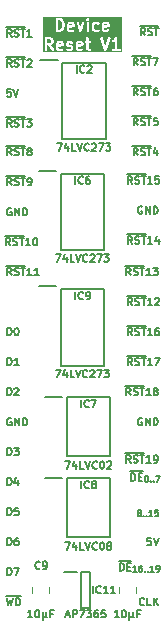
<source format=gto>
%TF.GenerationSoftware,KiCad,Pcbnew,8.0.4*%
%TF.CreationDate,2024-08-12T15:06:15+02:00*%
%TF.ProjectId,HCP65 Device Reset,48435036-3520-4446-9576-696365205265,V1*%
%TF.SameCoordinates,PX525bfc0PY43d3480*%
%TF.FileFunction,Legend,Top*%
%TF.FilePolarity,Positive*%
%FSLAX46Y46*%
G04 Gerber Fmt 4.6, Leading zero omitted, Abs format (unit mm)*
G04 Created by KiCad (PCBNEW 8.0.4) date 2024-08-12 15:06:15*
%MOMM*%
%LPD*%
G01*
G04 APERTURE LIST*
%ADD10C,0.150000*%
%ADD11C,0.200000*%
%ADD12C,0.120000*%
G04 APERTURE END LIST*
D10*
X12915791Y-285963D02*
X12704124Y16418D01*
X12552934Y-285963D02*
X12552934Y349037D01*
X12552934Y349037D02*
X12794839Y349037D01*
X12794839Y349037D02*
X12855315Y318799D01*
X12855315Y318799D02*
X12885553Y288561D01*
X12885553Y288561D02*
X12915791Y228085D01*
X12915791Y228085D02*
X12915791Y137371D01*
X12915791Y137371D02*
X12885553Y76895D01*
X12885553Y76895D02*
X12855315Y46656D01*
X12855315Y46656D02*
X12794839Y16418D01*
X12794839Y16418D02*
X12552934Y16418D01*
X13157696Y-255725D02*
X13248410Y-285963D01*
X13248410Y-285963D02*
X13399601Y-285963D01*
X13399601Y-285963D02*
X13460077Y-255725D01*
X13460077Y-255725D02*
X13490315Y-225486D01*
X13490315Y-225486D02*
X13520553Y-165010D01*
X13520553Y-165010D02*
X13520553Y-104534D01*
X13520553Y-104534D02*
X13490315Y-44058D01*
X13490315Y-44058D02*
X13460077Y-13820D01*
X13460077Y-13820D02*
X13399601Y16418D01*
X13399601Y16418D02*
X13278648Y46656D01*
X13278648Y46656D02*
X13218172Y76895D01*
X13218172Y76895D02*
X13187934Y107133D01*
X13187934Y107133D02*
X13157696Y167609D01*
X13157696Y167609D02*
X13157696Y228085D01*
X13157696Y228085D02*
X13187934Y288561D01*
X13187934Y288561D02*
X13218172Y318799D01*
X13218172Y318799D02*
X13278648Y349037D01*
X13278648Y349037D02*
X13429839Y349037D01*
X13429839Y349037D02*
X13520553Y318799D01*
X13701982Y349037D02*
X14064839Y349037D01*
X13883410Y-285963D02*
X13883410Y349037D01*
X12465244Y525325D02*
X14061816Y525325D01*
X1265874Y-28225963D02*
X1265874Y-27590963D01*
X1265874Y-27590963D02*
X1417064Y-27590963D01*
X1417064Y-27590963D02*
X1507779Y-27621201D01*
X1507779Y-27621201D02*
X1568255Y-27681677D01*
X1568255Y-27681677D02*
X1598493Y-27742153D01*
X1598493Y-27742153D02*
X1628731Y-27863105D01*
X1628731Y-27863105D02*
X1628731Y-27953820D01*
X1628731Y-27953820D02*
X1598493Y-28074772D01*
X1598493Y-28074772D02*
X1568255Y-28135248D01*
X1568255Y-28135248D02*
X1507779Y-28195725D01*
X1507779Y-28195725D02*
X1417064Y-28225963D01*
X1417064Y-28225963D02*
X1265874Y-28225963D01*
X2233493Y-28225963D02*
X1870636Y-28225963D01*
X2052064Y-28225963D02*
X2052064Y-27590963D01*
X2052064Y-27590963D02*
X1991588Y-27681677D01*
X1991588Y-27681677D02*
X1931112Y-27742153D01*
X1931112Y-27742153D02*
X1870636Y-27772391D01*
X12311029Y-5365963D02*
X12099362Y-5063582D01*
X11948172Y-5365963D02*
X11948172Y-4730963D01*
X11948172Y-4730963D02*
X12190077Y-4730963D01*
X12190077Y-4730963D02*
X12250553Y-4761201D01*
X12250553Y-4761201D02*
X12280791Y-4791439D01*
X12280791Y-4791439D02*
X12311029Y-4851915D01*
X12311029Y-4851915D02*
X12311029Y-4942629D01*
X12311029Y-4942629D02*
X12280791Y-5003105D01*
X12280791Y-5003105D02*
X12250553Y-5033344D01*
X12250553Y-5033344D02*
X12190077Y-5063582D01*
X12190077Y-5063582D02*
X11948172Y-5063582D01*
X12552934Y-5335725D02*
X12643648Y-5365963D01*
X12643648Y-5365963D02*
X12794839Y-5365963D01*
X12794839Y-5365963D02*
X12855315Y-5335725D01*
X12855315Y-5335725D02*
X12885553Y-5305486D01*
X12885553Y-5305486D02*
X12915791Y-5245010D01*
X12915791Y-5245010D02*
X12915791Y-5184534D01*
X12915791Y-5184534D02*
X12885553Y-5124058D01*
X12885553Y-5124058D02*
X12855315Y-5093820D01*
X12855315Y-5093820D02*
X12794839Y-5063582D01*
X12794839Y-5063582D02*
X12673886Y-5033344D01*
X12673886Y-5033344D02*
X12613410Y-5003105D01*
X12613410Y-5003105D02*
X12583172Y-4972867D01*
X12583172Y-4972867D02*
X12552934Y-4912391D01*
X12552934Y-4912391D02*
X12552934Y-4851915D01*
X12552934Y-4851915D02*
X12583172Y-4791439D01*
X12583172Y-4791439D02*
X12613410Y-4761201D01*
X12613410Y-4761201D02*
X12673886Y-4730963D01*
X12673886Y-4730963D02*
X12825077Y-4730963D01*
X12825077Y-4730963D02*
X12915791Y-4761201D01*
X13097220Y-4730963D02*
X13460077Y-4730963D01*
X13278648Y-5365963D02*
X13278648Y-4730963D01*
X11860482Y-4554675D02*
X13457054Y-4554675D01*
X13943887Y-4730963D02*
X13822934Y-4730963D01*
X13822934Y-4730963D02*
X13762458Y-4761201D01*
X13762458Y-4761201D02*
X13732220Y-4791439D01*
X13732220Y-4791439D02*
X13671744Y-4882153D01*
X13671744Y-4882153D02*
X13641506Y-5003105D01*
X13641506Y-5003105D02*
X13641506Y-5245010D01*
X13641506Y-5245010D02*
X13671744Y-5305486D01*
X13671744Y-5305486D02*
X13701982Y-5335725D01*
X13701982Y-5335725D02*
X13762458Y-5365963D01*
X13762458Y-5365963D02*
X13883411Y-5365963D01*
X13883411Y-5365963D02*
X13943887Y-5335725D01*
X13943887Y-5335725D02*
X13974125Y-5305486D01*
X13974125Y-5305486D02*
X14004363Y-5245010D01*
X14004363Y-5245010D02*
X14004363Y-5093820D01*
X14004363Y-5093820D02*
X13974125Y-5033344D01*
X13974125Y-5033344D02*
X13943887Y-5003105D01*
X13943887Y-5003105D02*
X13883411Y-4972867D01*
X13883411Y-4972867D02*
X13762458Y-4972867D01*
X13762458Y-4972867D02*
X13701982Y-5003105D01*
X13701982Y-5003105D02*
X13671744Y-5033344D01*
X13671744Y-5033344D02*
X13641506Y-5093820D01*
X11833267Y-17938963D02*
X11621600Y-17636582D01*
X11470410Y-17938963D02*
X11470410Y-17303963D01*
X11470410Y-17303963D02*
X11712315Y-17303963D01*
X11712315Y-17303963D02*
X11772791Y-17334201D01*
X11772791Y-17334201D02*
X11803029Y-17364439D01*
X11803029Y-17364439D02*
X11833267Y-17424915D01*
X11833267Y-17424915D02*
X11833267Y-17515629D01*
X11833267Y-17515629D02*
X11803029Y-17576105D01*
X11803029Y-17576105D02*
X11772791Y-17606344D01*
X11772791Y-17606344D02*
X11712315Y-17636582D01*
X11712315Y-17636582D02*
X11470410Y-17636582D01*
X12075172Y-17908725D02*
X12165886Y-17938963D01*
X12165886Y-17938963D02*
X12317077Y-17938963D01*
X12317077Y-17938963D02*
X12377553Y-17908725D01*
X12377553Y-17908725D02*
X12407791Y-17878486D01*
X12407791Y-17878486D02*
X12438029Y-17818010D01*
X12438029Y-17818010D02*
X12438029Y-17757534D01*
X12438029Y-17757534D02*
X12407791Y-17697058D01*
X12407791Y-17697058D02*
X12377553Y-17666820D01*
X12377553Y-17666820D02*
X12317077Y-17636582D01*
X12317077Y-17636582D02*
X12196124Y-17606344D01*
X12196124Y-17606344D02*
X12135648Y-17576105D01*
X12135648Y-17576105D02*
X12105410Y-17545867D01*
X12105410Y-17545867D02*
X12075172Y-17485391D01*
X12075172Y-17485391D02*
X12075172Y-17424915D01*
X12075172Y-17424915D02*
X12105410Y-17364439D01*
X12105410Y-17364439D02*
X12135648Y-17334201D01*
X12135648Y-17334201D02*
X12196124Y-17303963D01*
X12196124Y-17303963D02*
X12347315Y-17303963D01*
X12347315Y-17303963D02*
X12438029Y-17334201D01*
X12619458Y-17303963D02*
X12982315Y-17303963D01*
X12800886Y-17938963D02*
X12800886Y-17303963D01*
X11382720Y-17127675D02*
X12979292Y-17127675D01*
X13526601Y-17938963D02*
X13163744Y-17938963D01*
X13345172Y-17938963D02*
X13345172Y-17303963D01*
X13345172Y-17303963D02*
X13284696Y-17394677D01*
X13284696Y-17394677D02*
X13224220Y-17455153D01*
X13224220Y-17455153D02*
X13163744Y-17485391D01*
X14070887Y-17515629D02*
X14070887Y-17938963D01*
X13919696Y-17273725D02*
X13768506Y-17727296D01*
X13768506Y-17727296D02*
X14161601Y-17727296D01*
X1628731Y-10445963D02*
X1417064Y-10143582D01*
X1265874Y-10445963D02*
X1265874Y-9810963D01*
X1265874Y-9810963D02*
X1507779Y-9810963D01*
X1507779Y-9810963D02*
X1568255Y-9841201D01*
X1568255Y-9841201D02*
X1598493Y-9871439D01*
X1598493Y-9871439D02*
X1628731Y-9931915D01*
X1628731Y-9931915D02*
X1628731Y-10022629D01*
X1628731Y-10022629D02*
X1598493Y-10083105D01*
X1598493Y-10083105D02*
X1568255Y-10113344D01*
X1568255Y-10113344D02*
X1507779Y-10143582D01*
X1507779Y-10143582D02*
X1265874Y-10143582D01*
X1870636Y-10415725D02*
X1961350Y-10445963D01*
X1961350Y-10445963D02*
X2112541Y-10445963D01*
X2112541Y-10445963D02*
X2173017Y-10415725D01*
X2173017Y-10415725D02*
X2203255Y-10385486D01*
X2203255Y-10385486D02*
X2233493Y-10325010D01*
X2233493Y-10325010D02*
X2233493Y-10264534D01*
X2233493Y-10264534D02*
X2203255Y-10204058D01*
X2203255Y-10204058D02*
X2173017Y-10173820D01*
X2173017Y-10173820D02*
X2112541Y-10143582D01*
X2112541Y-10143582D02*
X1991588Y-10113344D01*
X1991588Y-10113344D02*
X1931112Y-10083105D01*
X1931112Y-10083105D02*
X1900874Y-10052867D01*
X1900874Y-10052867D02*
X1870636Y-9992391D01*
X1870636Y-9992391D02*
X1870636Y-9931915D01*
X1870636Y-9931915D02*
X1900874Y-9871439D01*
X1900874Y-9871439D02*
X1931112Y-9841201D01*
X1931112Y-9841201D02*
X1991588Y-9810963D01*
X1991588Y-9810963D02*
X2142779Y-9810963D01*
X2142779Y-9810963D02*
X2233493Y-9841201D01*
X2414922Y-9810963D02*
X2777779Y-9810963D01*
X2596350Y-10445963D02*
X2596350Y-9810963D01*
X1178184Y-9634675D02*
X2774756Y-9634675D01*
X3080160Y-10083105D02*
X3019684Y-10052867D01*
X3019684Y-10052867D02*
X2989446Y-10022629D01*
X2989446Y-10022629D02*
X2959208Y-9962153D01*
X2959208Y-9962153D02*
X2959208Y-9931915D01*
X2959208Y-9931915D02*
X2989446Y-9871439D01*
X2989446Y-9871439D02*
X3019684Y-9841201D01*
X3019684Y-9841201D02*
X3080160Y-9810963D01*
X3080160Y-9810963D02*
X3201113Y-9810963D01*
X3201113Y-9810963D02*
X3261589Y-9841201D01*
X3261589Y-9841201D02*
X3291827Y-9871439D01*
X3291827Y-9871439D02*
X3322065Y-9931915D01*
X3322065Y-9931915D02*
X3322065Y-9962153D01*
X3322065Y-9962153D02*
X3291827Y-10022629D01*
X3291827Y-10022629D02*
X3261589Y-10052867D01*
X3261589Y-10052867D02*
X3201113Y-10083105D01*
X3201113Y-10083105D02*
X3080160Y-10083105D01*
X3080160Y-10083105D02*
X3019684Y-10113344D01*
X3019684Y-10113344D02*
X2989446Y-10143582D01*
X2989446Y-10143582D02*
X2959208Y-10204058D01*
X2959208Y-10204058D02*
X2959208Y-10325010D01*
X2959208Y-10325010D02*
X2989446Y-10385486D01*
X2989446Y-10385486D02*
X3019684Y-10415725D01*
X3019684Y-10415725D02*
X3080160Y-10445963D01*
X3080160Y-10445963D02*
X3201113Y-10445963D01*
X3201113Y-10445963D02*
X3261589Y-10415725D01*
X3261589Y-10415725D02*
X3291827Y-10385486D01*
X3291827Y-10385486D02*
X3322065Y-10325010D01*
X3322065Y-10325010D02*
X3322065Y-10204058D01*
X3322065Y-10204058D02*
X3291827Y-10143582D01*
X3291827Y-10143582D02*
X3261589Y-10113344D01*
X3261589Y-10113344D02*
X3201113Y-10083105D01*
X1628731Y-412963D02*
X1417064Y-110582D01*
X1265874Y-412963D02*
X1265874Y222037D01*
X1265874Y222037D02*
X1507779Y222037D01*
X1507779Y222037D02*
X1568255Y191799D01*
X1568255Y191799D02*
X1598493Y161561D01*
X1598493Y161561D02*
X1628731Y101085D01*
X1628731Y101085D02*
X1628731Y10371D01*
X1628731Y10371D02*
X1598493Y-50105D01*
X1598493Y-50105D02*
X1568255Y-80344D01*
X1568255Y-80344D02*
X1507779Y-110582D01*
X1507779Y-110582D02*
X1265874Y-110582D01*
X1870636Y-382725D02*
X1961350Y-412963D01*
X1961350Y-412963D02*
X2112541Y-412963D01*
X2112541Y-412963D02*
X2173017Y-382725D01*
X2173017Y-382725D02*
X2203255Y-352486D01*
X2203255Y-352486D02*
X2233493Y-292010D01*
X2233493Y-292010D02*
X2233493Y-231534D01*
X2233493Y-231534D02*
X2203255Y-171058D01*
X2203255Y-171058D02*
X2173017Y-140820D01*
X2173017Y-140820D02*
X2112541Y-110582D01*
X2112541Y-110582D02*
X1991588Y-80344D01*
X1991588Y-80344D02*
X1931112Y-50105D01*
X1931112Y-50105D02*
X1900874Y-19867D01*
X1900874Y-19867D02*
X1870636Y40609D01*
X1870636Y40609D02*
X1870636Y101085D01*
X1870636Y101085D02*
X1900874Y161561D01*
X1900874Y161561D02*
X1931112Y191799D01*
X1931112Y191799D02*
X1991588Y222037D01*
X1991588Y222037D02*
X2142779Y222037D01*
X2142779Y222037D02*
X2233493Y191799D01*
X2414922Y222037D02*
X2777779Y222037D01*
X2596350Y-412963D02*
X2596350Y222037D01*
X1178184Y398325D02*
X2774756Y398325D01*
X3322065Y-412963D02*
X2959208Y-412963D01*
X3140636Y-412963D02*
X3140636Y222037D01*
X3140636Y222037D02*
X3080160Y131323D01*
X3080160Y131323D02*
X3019684Y70847D01*
X3019684Y70847D02*
X2959208Y40609D01*
X1598493Y-14921201D02*
X1538017Y-14890963D01*
X1538017Y-14890963D02*
X1447303Y-14890963D01*
X1447303Y-14890963D02*
X1356588Y-14921201D01*
X1356588Y-14921201D02*
X1296112Y-14981677D01*
X1296112Y-14981677D02*
X1265874Y-15042153D01*
X1265874Y-15042153D02*
X1235636Y-15163105D01*
X1235636Y-15163105D02*
X1235636Y-15253820D01*
X1235636Y-15253820D02*
X1265874Y-15374772D01*
X1265874Y-15374772D02*
X1296112Y-15435248D01*
X1296112Y-15435248D02*
X1356588Y-15495725D01*
X1356588Y-15495725D02*
X1447303Y-15525963D01*
X1447303Y-15525963D02*
X1507779Y-15525963D01*
X1507779Y-15525963D02*
X1598493Y-15495725D01*
X1598493Y-15495725D02*
X1628731Y-15465486D01*
X1628731Y-15465486D02*
X1628731Y-15253820D01*
X1628731Y-15253820D02*
X1507779Y-15253820D01*
X1900874Y-15525963D02*
X1900874Y-14890963D01*
X1900874Y-14890963D02*
X2263731Y-15525963D01*
X2263731Y-15525963D02*
X2263731Y-14890963D01*
X2566112Y-15525963D02*
X2566112Y-14890963D01*
X2566112Y-14890963D02*
X2717302Y-14890963D01*
X2717302Y-14890963D02*
X2808017Y-14921201D01*
X2808017Y-14921201D02*
X2868493Y-14981677D01*
X2868493Y-14981677D02*
X2898731Y-15042153D01*
X2898731Y-15042153D02*
X2928969Y-15163105D01*
X2928969Y-15163105D02*
X2928969Y-15253820D01*
X2928969Y-15253820D02*
X2898731Y-15374772D01*
X2898731Y-15374772D02*
X2868493Y-15435248D01*
X2868493Y-15435248D02*
X2808017Y-15495725D01*
X2808017Y-15495725D02*
X2717302Y-15525963D01*
X2717302Y-15525963D02*
X2566112Y-15525963D01*
X12311029Y-2825963D02*
X12099362Y-2523582D01*
X11948172Y-2825963D02*
X11948172Y-2190963D01*
X11948172Y-2190963D02*
X12190077Y-2190963D01*
X12190077Y-2190963D02*
X12250553Y-2221201D01*
X12250553Y-2221201D02*
X12280791Y-2251439D01*
X12280791Y-2251439D02*
X12311029Y-2311915D01*
X12311029Y-2311915D02*
X12311029Y-2402629D01*
X12311029Y-2402629D02*
X12280791Y-2463105D01*
X12280791Y-2463105D02*
X12250553Y-2493344D01*
X12250553Y-2493344D02*
X12190077Y-2523582D01*
X12190077Y-2523582D02*
X11948172Y-2523582D01*
X12552934Y-2795725D02*
X12643648Y-2825963D01*
X12643648Y-2825963D02*
X12794839Y-2825963D01*
X12794839Y-2825963D02*
X12855315Y-2795725D01*
X12855315Y-2795725D02*
X12885553Y-2765486D01*
X12885553Y-2765486D02*
X12915791Y-2705010D01*
X12915791Y-2705010D02*
X12915791Y-2644534D01*
X12915791Y-2644534D02*
X12885553Y-2584058D01*
X12885553Y-2584058D02*
X12855315Y-2553820D01*
X12855315Y-2553820D02*
X12794839Y-2523582D01*
X12794839Y-2523582D02*
X12673886Y-2493344D01*
X12673886Y-2493344D02*
X12613410Y-2463105D01*
X12613410Y-2463105D02*
X12583172Y-2432867D01*
X12583172Y-2432867D02*
X12552934Y-2372391D01*
X12552934Y-2372391D02*
X12552934Y-2311915D01*
X12552934Y-2311915D02*
X12583172Y-2251439D01*
X12583172Y-2251439D02*
X12613410Y-2221201D01*
X12613410Y-2221201D02*
X12673886Y-2190963D01*
X12673886Y-2190963D02*
X12825077Y-2190963D01*
X12825077Y-2190963D02*
X12915791Y-2221201D01*
X13097220Y-2190963D02*
X13460077Y-2190963D01*
X13278648Y-2825963D02*
X13278648Y-2190963D01*
X11860482Y-2014675D02*
X13457054Y-2014675D01*
X13611268Y-2190963D02*
X14034601Y-2190963D01*
X14034601Y-2190963D02*
X13762458Y-2825963D01*
X12383599Y-40705829D02*
X12335218Y-40681639D01*
X12335218Y-40681639D02*
X12311028Y-40657448D01*
X12311028Y-40657448D02*
X12286837Y-40609067D01*
X12286837Y-40609067D02*
X12286837Y-40584877D01*
X12286837Y-40584877D02*
X12311028Y-40536496D01*
X12311028Y-40536496D02*
X12335218Y-40512305D01*
X12335218Y-40512305D02*
X12383599Y-40488115D01*
X12383599Y-40488115D02*
X12480361Y-40488115D01*
X12480361Y-40488115D02*
X12528742Y-40512305D01*
X12528742Y-40512305D02*
X12552933Y-40536496D01*
X12552933Y-40536496D02*
X12577123Y-40584877D01*
X12577123Y-40584877D02*
X12577123Y-40609067D01*
X12577123Y-40609067D02*
X12552933Y-40657448D01*
X12552933Y-40657448D02*
X12528742Y-40681639D01*
X12528742Y-40681639D02*
X12480361Y-40705829D01*
X12480361Y-40705829D02*
X12383599Y-40705829D01*
X12383599Y-40705829D02*
X12335218Y-40730020D01*
X12335218Y-40730020D02*
X12311028Y-40754210D01*
X12311028Y-40754210D02*
X12286837Y-40802591D01*
X12286837Y-40802591D02*
X12286837Y-40899353D01*
X12286837Y-40899353D02*
X12311028Y-40947734D01*
X12311028Y-40947734D02*
X12335218Y-40971925D01*
X12335218Y-40971925D02*
X12383599Y-40996115D01*
X12383599Y-40996115D02*
X12480361Y-40996115D01*
X12480361Y-40996115D02*
X12528742Y-40971925D01*
X12528742Y-40971925D02*
X12552933Y-40947734D01*
X12552933Y-40947734D02*
X12577123Y-40899353D01*
X12577123Y-40899353D02*
X12577123Y-40802591D01*
X12577123Y-40802591D02*
X12552933Y-40754210D01*
X12552933Y-40754210D02*
X12528742Y-40730020D01*
X12528742Y-40730020D02*
X12480361Y-40705829D01*
X12794838Y-40947734D02*
X12819028Y-40971925D01*
X12819028Y-40971925D02*
X12794838Y-40996115D01*
X12794838Y-40996115D02*
X12770647Y-40971925D01*
X12770647Y-40971925D02*
X12794838Y-40947734D01*
X12794838Y-40947734D02*
X12794838Y-40996115D01*
X13036743Y-40947734D02*
X13060933Y-40971925D01*
X13060933Y-40971925D02*
X13036743Y-40996115D01*
X13036743Y-40996115D02*
X13012552Y-40971925D01*
X13012552Y-40971925D02*
X13036743Y-40947734D01*
X13036743Y-40947734D02*
X13036743Y-40996115D01*
X13544743Y-40996115D02*
X13254457Y-40996115D01*
X13399600Y-40996115D02*
X13399600Y-40488115D01*
X13399600Y-40488115D02*
X13351219Y-40560686D01*
X13351219Y-40560686D02*
X13302838Y-40609067D01*
X13302838Y-40609067D02*
X13254457Y-40633258D01*
X14004363Y-40488115D02*
X13762458Y-40488115D01*
X13762458Y-40488115D02*
X13738267Y-40730020D01*
X13738267Y-40730020D02*
X13762458Y-40705829D01*
X13762458Y-40705829D02*
X13810839Y-40681639D01*
X13810839Y-40681639D02*
X13931791Y-40681639D01*
X13931791Y-40681639D02*
X13980172Y-40705829D01*
X13980172Y-40705829D02*
X14004363Y-40730020D01*
X14004363Y-40730020D02*
X14028553Y-40778401D01*
X14028553Y-40778401D02*
X14028553Y-40899353D01*
X14028553Y-40899353D02*
X14004363Y-40947734D01*
X14004363Y-40947734D02*
X13980172Y-40971925D01*
X13980172Y-40971925D02*
X13931791Y-40996115D01*
X13931791Y-40996115D02*
X13810839Y-40996115D01*
X13810839Y-40996115D02*
X13762458Y-40971925D01*
X13762458Y-40971925D02*
X13738267Y-40947734D01*
X12311029Y-10445963D02*
X12099362Y-10143582D01*
X11948172Y-10445963D02*
X11948172Y-9810963D01*
X11948172Y-9810963D02*
X12190077Y-9810963D01*
X12190077Y-9810963D02*
X12250553Y-9841201D01*
X12250553Y-9841201D02*
X12280791Y-9871439D01*
X12280791Y-9871439D02*
X12311029Y-9931915D01*
X12311029Y-9931915D02*
X12311029Y-10022629D01*
X12311029Y-10022629D02*
X12280791Y-10083105D01*
X12280791Y-10083105D02*
X12250553Y-10113344D01*
X12250553Y-10113344D02*
X12190077Y-10143582D01*
X12190077Y-10143582D02*
X11948172Y-10143582D01*
X12552934Y-10415725D02*
X12643648Y-10445963D01*
X12643648Y-10445963D02*
X12794839Y-10445963D01*
X12794839Y-10445963D02*
X12855315Y-10415725D01*
X12855315Y-10415725D02*
X12885553Y-10385486D01*
X12885553Y-10385486D02*
X12915791Y-10325010D01*
X12915791Y-10325010D02*
X12915791Y-10264534D01*
X12915791Y-10264534D02*
X12885553Y-10204058D01*
X12885553Y-10204058D02*
X12855315Y-10173820D01*
X12855315Y-10173820D02*
X12794839Y-10143582D01*
X12794839Y-10143582D02*
X12673886Y-10113344D01*
X12673886Y-10113344D02*
X12613410Y-10083105D01*
X12613410Y-10083105D02*
X12583172Y-10052867D01*
X12583172Y-10052867D02*
X12552934Y-9992391D01*
X12552934Y-9992391D02*
X12552934Y-9931915D01*
X12552934Y-9931915D02*
X12583172Y-9871439D01*
X12583172Y-9871439D02*
X12613410Y-9841201D01*
X12613410Y-9841201D02*
X12673886Y-9810963D01*
X12673886Y-9810963D02*
X12825077Y-9810963D01*
X12825077Y-9810963D02*
X12915791Y-9841201D01*
X13097220Y-9810963D02*
X13460077Y-9810963D01*
X13278648Y-10445963D02*
X13278648Y-9810963D01*
X11860482Y-9634675D02*
X13457054Y-9634675D01*
X13943887Y-10022629D02*
X13943887Y-10445963D01*
X13792696Y-9780725D02*
X13641506Y-10234296D01*
X13641506Y-10234296D02*
X14034601Y-10234296D01*
X11833267Y-12858963D02*
X11621600Y-12556582D01*
X11470410Y-12858963D02*
X11470410Y-12223963D01*
X11470410Y-12223963D02*
X11712315Y-12223963D01*
X11712315Y-12223963D02*
X11772791Y-12254201D01*
X11772791Y-12254201D02*
X11803029Y-12284439D01*
X11803029Y-12284439D02*
X11833267Y-12344915D01*
X11833267Y-12344915D02*
X11833267Y-12435629D01*
X11833267Y-12435629D02*
X11803029Y-12496105D01*
X11803029Y-12496105D02*
X11772791Y-12526344D01*
X11772791Y-12526344D02*
X11712315Y-12556582D01*
X11712315Y-12556582D02*
X11470410Y-12556582D01*
X12075172Y-12828725D02*
X12165886Y-12858963D01*
X12165886Y-12858963D02*
X12317077Y-12858963D01*
X12317077Y-12858963D02*
X12377553Y-12828725D01*
X12377553Y-12828725D02*
X12407791Y-12798486D01*
X12407791Y-12798486D02*
X12438029Y-12738010D01*
X12438029Y-12738010D02*
X12438029Y-12677534D01*
X12438029Y-12677534D02*
X12407791Y-12617058D01*
X12407791Y-12617058D02*
X12377553Y-12586820D01*
X12377553Y-12586820D02*
X12317077Y-12556582D01*
X12317077Y-12556582D02*
X12196124Y-12526344D01*
X12196124Y-12526344D02*
X12135648Y-12496105D01*
X12135648Y-12496105D02*
X12105410Y-12465867D01*
X12105410Y-12465867D02*
X12075172Y-12405391D01*
X12075172Y-12405391D02*
X12075172Y-12344915D01*
X12075172Y-12344915D02*
X12105410Y-12284439D01*
X12105410Y-12284439D02*
X12135648Y-12254201D01*
X12135648Y-12254201D02*
X12196124Y-12223963D01*
X12196124Y-12223963D02*
X12347315Y-12223963D01*
X12347315Y-12223963D02*
X12438029Y-12254201D01*
X12619458Y-12223963D02*
X12982315Y-12223963D01*
X12800886Y-12858963D02*
X12800886Y-12223963D01*
X11382720Y-12047675D02*
X12979292Y-12047675D01*
X13526601Y-12858963D02*
X13163744Y-12858963D01*
X13345172Y-12858963D02*
X13345172Y-12223963D01*
X13345172Y-12223963D02*
X13284696Y-12314677D01*
X13284696Y-12314677D02*
X13224220Y-12375153D01*
X13224220Y-12375153D02*
X13163744Y-12405391D01*
X14101125Y-12223963D02*
X13798744Y-12223963D01*
X13798744Y-12223963D02*
X13768506Y-12526344D01*
X13768506Y-12526344D02*
X13798744Y-12496105D01*
X13798744Y-12496105D02*
X13859220Y-12465867D01*
X13859220Y-12465867D02*
X14010411Y-12465867D01*
X14010411Y-12465867D02*
X14070887Y-12496105D01*
X14070887Y-12496105D02*
X14101125Y-12526344D01*
X14101125Y-12526344D02*
X14131363Y-12586820D01*
X14131363Y-12586820D02*
X14131363Y-12738010D01*
X14131363Y-12738010D02*
X14101125Y-12798486D01*
X14101125Y-12798486D02*
X14070887Y-12828725D01*
X14070887Y-12828725D02*
X14010411Y-12858963D01*
X14010411Y-12858963D02*
X13859220Y-12858963D01*
X13859220Y-12858963D02*
X13798744Y-12828725D01*
X13798744Y-12828725D02*
X13768506Y-12798486D01*
X11833267Y-23145963D02*
X11621600Y-22843582D01*
X11470410Y-23145963D02*
X11470410Y-22510963D01*
X11470410Y-22510963D02*
X11712315Y-22510963D01*
X11712315Y-22510963D02*
X11772791Y-22541201D01*
X11772791Y-22541201D02*
X11803029Y-22571439D01*
X11803029Y-22571439D02*
X11833267Y-22631915D01*
X11833267Y-22631915D02*
X11833267Y-22722629D01*
X11833267Y-22722629D02*
X11803029Y-22783105D01*
X11803029Y-22783105D02*
X11772791Y-22813344D01*
X11772791Y-22813344D02*
X11712315Y-22843582D01*
X11712315Y-22843582D02*
X11470410Y-22843582D01*
X12075172Y-23115725D02*
X12165886Y-23145963D01*
X12165886Y-23145963D02*
X12317077Y-23145963D01*
X12317077Y-23145963D02*
X12377553Y-23115725D01*
X12377553Y-23115725D02*
X12407791Y-23085486D01*
X12407791Y-23085486D02*
X12438029Y-23025010D01*
X12438029Y-23025010D02*
X12438029Y-22964534D01*
X12438029Y-22964534D02*
X12407791Y-22904058D01*
X12407791Y-22904058D02*
X12377553Y-22873820D01*
X12377553Y-22873820D02*
X12317077Y-22843582D01*
X12317077Y-22843582D02*
X12196124Y-22813344D01*
X12196124Y-22813344D02*
X12135648Y-22783105D01*
X12135648Y-22783105D02*
X12105410Y-22752867D01*
X12105410Y-22752867D02*
X12075172Y-22692391D01*
X12075172Y-22692391D02*
X12075172Y-22631915D01*
X12075172Y-22631915D02*
X12105410Y-22571439D01*
X12105410Y-22571439D02*
X12135648Y-22541201D01*
X12135648Y-22541201D02*
X12196124Y-22510963D01*
X12196124Y-22510963D02*
X12347315Y-22510963D01*
X12347315Y-22510963D02*
X12438029Y-22541201D01*
X12619458Y-22510963D02*
X12982315Y-22510963D01*
X12800886Y-23145963D02*
X12800886Y-22510963D01*
X11382720Y-22334675D02*
X12979292Y-22334675D01*
X13526601Y-23145963D02*
X13163744Y-23145963D01*
X13345172Y-23145963D02*
X13345172Y-22510963D01*
X13345172Y-22510963D02*
X13284696Y-22601677D01*
X13284696Y-22601677D02*
X13224220Y-22662153D01*
X13224220Y-22662153D02*
X13163744Y-22692391D01*
X13768506Y-22571439D02*
X13798744Y-22541201D01*
X13798744Y-22541201D02*
X13859220Y-22510963D01*
X13859220Y-22510963D02*
X14010411Y-22510963D01*
X14010411Y-22510963D02*
X14070887Y-22541201D01*
X14070887Y-22541201D02*
X14101125Y-22571439D01*
X14101125Y-22571439D02*
X14131363Y-22631915D01*
X14131363Y-22631915D02*
X14131363Y-22692391D01*
X14131363Y-22692391D02*
X14101125Y-22783105D01*
X14101125Y-22783105D02*
X13738268Y-23145963D01*
X13738268Y-23145963D02*
X14131363Y-23145963D01*
X12311029Y-7905963D02*
X12099362Y-7603582D01*
X11948172Y-7905963D02*
X11948172Y-7270963D01*
X11948172Y-7270963D02*
X12190077Y-7270963D01*
X12190077Y-7270963D02*
X12250553Y-7301201D01*
X12250553Y-7301201D02*
X12280791Y-7331439D01*
X12280791Y-7331439D02*
X12311029Y-7391915D01*
X12311029Y-7391915D02*
X12311029Y-7482629D01*
X12311029Y-7482629D02*
X12280791Y-7543105D01*
X12280791Y-7543105D02*
X12250553Y-7573344D01*
X12250553Y-7573344D02*
X12190077Y-7603582D01*
X12190077Y-7603582D02*
X11948172Y-7603582D01*
X12552934Y-7875725D02*
X12643648Y-7905963D01*
X12643648Y-7905963D02*
X12794839Y-7905963D01*
X12794839Y-7905963D02*
X12855315Y-7875725D01*
X12855315Y-7875725D02*
X12885553Y-7845486D01*
X12885553Y-7845486D02*
X12915791Y-7785010D01*
X12915791Y-7785010D02*
X12915791Y-7724534D01*
X12915791Y-7724534D02*
X12885553Y-7664058D01*
X12885553Y-7664058D02*
X12855315Y-7633820D01*
X12855315Y-7633820D02*
X12794839Y-7603582D01*
X12794839Y-7603582D02*
X12673886Y-7573344D01*
X12673886Y-7573344D02*
X12613410Y-7543105D01*
X12613410Y-7543105D02*
X12583172Y-7512867D01*
X12583172Y-7512867D02*
X12552934Y-7452391D01*
X12552934Y-7452391D02*
X12552934Y-7391915D01*
X12552934Y-7391915D02*
X12583172Y-7331439D01*
X12583172Y-7331439D02*
X12613410Y-7301201D01*
X12613410Y-7301201D02*
X12673886Y-7270963D01*
X12673886Y-7270963D02*
X12825077Y-7270963D01*
X12825077Y-7270963D02*
X12915791Y-7301201D01*
X13097220Y-7270963D02*
X13460077Y-7270963D01*
X13278648Y-7905963D02*
X13278648Y-7270963D01*
X11860482Y-7094675D02*
X13457054Y-7094675D01*
X13974125Y-7270963D02*
X13671744Y-7270963D01*
X13671744Y-7270963D02*
X13641506Y-7573344D01*
X13641506Y-7573344D02*
X13671744Y-7543105D01*
X13671744Y-7543105D02*
X13732220Y-7512867D01*
X13732220Y-7512867D02*
X13883411Y-7512867D01*
X13883411Y-7512867D02*
X13943887Y-7543105D01*
X13943887Y-7543105D02*
X13974125Y-7573344D01*
X13974125Y-7573344D02*
X14004363Y-7633820D01*
X14004363Y-7633820D02*
X14004363Y-7785010D01*
X14004363Y-7785010D02*
X13974125Y-7845486D01*
X13974125Y-7845486D02*
X13943887Y-7875725D01*
X13943887Y-7875725D02*
X13883411Y-7905963D01*
X13883411Y-7905963D02*
X13732220Y-7905963D01*
X13732220Y-7905963D02*
X13671744Y-7875725D01*
X13671744Y-7875725D02*
X13641506Y-7845486D01*
X1265874Y-35845963D02*
X1265874Y-35210963D01*
X1265874Y-35210963D02*
X1417064Y-35210963D01*
X1417064Y-35210963D02*
X1507779Y-35241201D01*
X1507779Y-35241201D02*
X1568255Y-35301677D01*
X1568255Y-35301677D02*
X1598493Y-35362153D01*
X1598493Y-35362153D02*
X1628731Y-35483105D01*
X1628731Y-35483105D02*
X1628731Y-35573820D01*
X1628731Y-35573820D02*
X1598493Y-35694772D01*
X1598493Y-35694772D02*
X1568255Y-35755248D01*
X1568255Y-35755248D02*
X1507779Y-35815725D01*
X1507779Y-35815725D02*
X1417064Y-35845963D01*
X1417064Y-35845963D02*
X1265874Y-35845963D01*
X1840398Y-35210963D02*
X2233493Y-35210963D01*
X2233493Y-35210963D02*
X2021826Y-35452867D01*
X2021826Y-35452867D02*
X2112541Y-35452867D01*
X2112541Y-35452867D02*
X2173017Y-35483105D01*
X2173017Y-35483105D02*
X2203255Y-35513344D01*
X2203255Y-35513344D02*
X2233493Y-35573820D01*
X2233493Y-35573820D02*
X2233493Y-35725010D01*
X2233493Y-35725010D02*
X2203255Y-35785486D01*
X2203255Y-35785486D02*
X2173017Y-35815725D01*
X2173017Y-35815725D02*
X2112541Y-35845963D01*
X2112541Y-35845963D02*
X1931112Y-35845963D01*
X1931112Y-35845963D02*
X1870636Y-35815725D01*
X1870636Y-35815725D02*
X1840398Y-35785486D01*
X11742552Y-38004963D02*
X11742552Y-37369963D01*
X11742552Y-37369963D02*
X11893742Y-37369963D01*
X11893742Y-37369963D02*
X11984457Y-37400201D01*
X11984457Y-37400201D02*
X12044933Y-37460677D01*
X12044933Y-37460677D02*
X12075171Y-37521153D01*
X12075171Y-37521153D02*
X12105409Y-37642105D01*
X12105409Y-37642105D02*
X12105409Y-37732820D01*
X12105409Y-37732820D02*
X12075171Y-37853772D01*
X12075171Y-37853772D02*
X12044933Y-37914248D01*
X12044933Y-37914248D02*
X11984457Y-37974725D01*
X11984457Y-37974725D02*
X11893742Y-38004963D01*
X11893742Y-38004963D02*
X11742552Y-38004963D01*
X12377552Y-37672344D02*
X12589219Y-37672344D01*
X12679933Y-38004963D02*
X12377552Y-38004963D01*
X12377552Y-38004963D02*
X12377552Y-37369963D01*
X12377552Y-37369963D02*
X12679933Y-37369963D01*
X11654862Y-37193675D02*
X12737386Y-37193675D01*
X13018600Y-37567115D02*
X13066981Y-37567115D01*
X13066981Y-37567115D02*
X13115362Y-37591305D01*
X13115362Y-37591305D02*
X13139552Y-37615496D01*
X13139552Y-37615496D02*
X13163743Y-37663877D01*
X13163743Y-37663877D02*
X13187933Y-37760639D01*
X13187933Y-37760639D02*
X13187933Y-37881591D01*
X13187933Y-37881591D02*
X13163743Y-37978353D01*
X13163743Y-37978353D02*
X13139552Y-38026734D01*
X13139552Y-38026734D02*
X13115362Y-38050925D01*
X13115362Y-38050925D02*
X13066981Y-38075115D01*
X13066981Y-38075115D02*
X13018600Y-38075115D01*
X13018600Y-38075115D02*
X12970219Y-38050925D01*
X12970219Y-38050925D02*
X12946028Y-38026734D01*
X12946028Y-38026734D02*
X12921838Y-37978353D01*
X12921838Y-37978353D02*
X12897647Y-37881591D01*
X12897647Y-37881591D02*
X12897647Y-37760639D01*
X12897647Y-37760639D02*
X12921838Y-37663877D01*
X12921838Y-37663877D02*
X12946028Y-37615496D01*
X12946028Y-37615496D02*
X12970219Y-37591305D01*
X12970219Y-37591305D02*
X13018600Y-37567115D01*
X13405648Y-38026734D02*
X13429838Y-38050925D01*
X13429838Y-38050925D02*
X13405648Y-38075115D01*
X13405648Y-38075115D02*
X13381457Y-38050925D01*
X13381457Y-38050925D02*
X13405648Y-38026734D01*
X13405648Y-38026734D02*
X13405648Y-38075115D01*
X13647553Y-38026734D02*
X13671743Y-38050925D01*
X13671743Y-38050925D02*
X13647553Y-38075115D01*
X13647553Y-38075115D02*
X13623362Y-38050925D01*
X13623362Y-38050925D02*
X13647553Y-38026734D01*
X13647553Y-38026734D02*
X13647553Y-38075115D01*
X13841077Y-37567115D02*
X14179744Y-37567115D01*
X14179744Y-37567115D02*
X13962029Y-38075115D01*
X12673887Y-32701201D02*
X12613411Y-32670963D01*
X12613411Y-32670963D02*
X12522697Y-32670963D01*
X12522697Y-32670963D02*
X12431982Y-32701201D01*
X12431982Y-32701201D02*
X12371506Y-32761677D01*
X12371506Y-32761677D02*
X12341268Y-32822153D01*
X12341268Y-32822153D02*
X12311030Y-32943105D01*
X12311030Y-32943105D02*
X12311030Y-33033820D01*
X12311030Y-33033820D02*
X12341268Y-33154772D01*
X12341268Y-33154772D02*
X12371506Y-33215248D01*
X12371506Y-33215248D02*
X12431982Y-33275725D01*
X12431982Y-33275725D02*
X12522697Y-33305963D01*
X12522697Y-33305963D02*
X12583173Y-33305963D01*
X12583173Y-33305963D02*
X12673887Y-33275725D01*
X12673887Y-33275725D02*
X12704125Y-33245486D01*
X12704125Y-33245486D02*
X12704125Y-33033820D01*
X12704125Y-33033820D02*
X12583173Y-33033820D01*
X12976268Y-33305963D02*
X12976268Y-32670963D01*
X12976268Y-32670963D02*
X13339125Y-33305963D01*
X13339125Y-33305963D02*
X13339125Y-32670963D01*
X13641506Y-33305963D02*
X13641506Y-32670963D01*
X13641506Y-32670963D02*
X13792696Y-32670963D01*
X13792696Y-32670963D02*
X13883411Y-32701201D01*
X13883411Y-32701201D02*
X13943887Y-32761677D01*
X13943887Y-32761677D02*
X13974125Y-32822153D01*
X13974125Y-32822153D02*
X14004363Y-32943105D01*
X14004363Y-32943105D02*
X14004363Y-33033820D01*
X14004363Y-33033820D02*
X13974125Y-33154772D01*
X13974125Y-33154772D02*
X13943887Y-33215248D01*
X13943887Y-33215248D02*
X13883411Y-33275725D01*
X13883411Y-33275725D02*
X13792696Y-33305963D01*
X13792696Y-33305963D02*
X13641506Y-33305963D01*
X11833267Y-28225963D02*
X11621600Y-27923582D01*
X11470410Y-28225963D02*
X11470410Y-27590963D01*
X11470410Y-27590963D02*
X11712315Y-27590963D01*
X11712315Y-27590963D02*
X11772791Y-27621201D01*
X11772791Y-27621201D02*
X11803029Y-27651439D01*
X11803029Y-27651439D02*
X11833267Y-27711915D01*
X11833267Y-27711915D02*
X11833267Y-27802629D01*
X11833267Y-27802629D02*
X11803029Y-27863105D01*
X11803029Y-27863105D02*
X11772791Y-27893344D01*
X11772791Y-27893344D02*
X11712315Y-27923582D01*
X11712315Y-27923582D02*
X11470410Y-27923582D01*
X12075172Y-28195725D02*
X12165886Y-28225963D01*
X12165886Y-28225963D02*
X12317077Y-28225963D01*
X12317077Y-28225963D02*
X12377553Y-28195725D01*
X12377553Y-28195725D02*
X12407791Y-28165486D01*
X12407791Y-28165486D02*
X12438029Y-28105010D01*
X12438029Y-28105010D02*
X12438029Y-28044534D01*
X12438029Y-28044534D02*
X12407791Y-27984058D01*
X12407791Y-27984058D02*
X12377553Y-27953820D01*
X12377553Y-27953820D02*
X12317077Y-27923582D01*
X12317077Y-27923582D02*
X12196124Y-27893344D01*
X12196124Y-27893344D02*
X12135648Y-27863105D01*
X12135648Y-27863105D02*
X12105410Y-27832867D01*
X12105410Y-27832867D02*
X12075172Y-27772391D01*
X12075172Y-27772391D02*
X12075172Y-27711915D01*
X12075172Y-27711915D02*
X12105410Y-27651439D01*
X12105410Y-27651439D02*
X12135648Y-27621201D01*
X12135648Y-27621201D02*
X12196124Y-27590963D01*
X12196124Y-27590963D02*
X12347315Y-27590963D01*
X12347315Y-27590963D02*
X12438029Y-27621201D01*
X12619458Y-27590963D02*
X12982315Y-27590963D01*
X12800886Y-28225963D02*
X12800886Y-27590963D01*
X11382720Y-27414675D02*
X12979292Y-27414675D01*
X13526601Y-28225963D02*
X13163744Y-28225963D01*
X13345172Y-28225963D02*
X13345172Y-27590963D01*
X13345172Y-27590963D02*
X13284696Y-27681677D01*
X13284696Y-27681677D02*
X13224220Y-27742153D01*
X13224220Y-27742153D02*
X13163744Y-27772391D01*
X13738268Y-27590963D02*
X14161601Y-27590963D01*
X14161601Y-27590963D02*
X13889458Y-28225963D01*
X1265874Y-25685963D02*
X1265874Y-25050963D01*
X1265874Y-25050963D02*
X1417064Y-25050963D01*
X1417064Y-25050963D02*
X1507779Y-25081201D01*
X1507779Y-25081201D02*
X1568255Y-25141677D01*
X1568255Y-25141677D02*
X1598493Y-25202153D01*
X1598493Y-25202153D02*
X1628731Y-25323105D01*
X1628731Y-25323105D02*
X1628731Y-25413820D01*
X1628731Y-25413820D02*
X1598493Y-25534772D01*
X1598493Y-25534772D02*
X1568255Y-25595248D01*
X1568255Y-25595248D02*
X1507779Y-25655725D01*
X1507779Y-25655725D02*
X1417064Y-25685963D01*
X1417064Y-25685963D02*
X1265874Y-25685963D01*
X2021826Y-25050963D02*
X2082303Y-25050963D01*
X2082303Y-25050963D02*
X2142779Y-25081201D01*
X2142779Y-25081201D02*
X2173017Y-25111439D01*
X2173017Y-25111439D02*
X2203255Y-25171915D01*
X2203255Y-25171915D02*
X2233493Y-25292867D01*
X2233493Y-25292867D02*
X2233493Y-25444058D01*
X2233493Y-25444058D02*
X2203255Y-25565010D01*
X2203255Y-25565010D02*
X2173017Y-25625486D01*
X2173017Y-25625486D02*
X2142779Y-25655725D01*
X2142779Y-25655725D02*
X2082303Y-25685963D01*
X2082303Y-25685963D02*
X2021826Y-25685963D01*
X2021826Y-25685963D02*
X1961350Y-25655725D01*
X1961350Y-25655725D02*
X1931112Y-25625486D01*
X1931112Y-25625486D02*
X1900874Y-25565010D01*
X1900874Y-25565010D02*
X1870636Y-25444058D01*
X1870636Y-25444058D02*
X1870636Y-25292867D01*
X1870636Y-25292867D02*
X1900874Y-25171915D01*
X1900874Y-25171915D02*
X1931112Y-25111439D01*
X1931112Y-25111439D02*
X1961350Y-25081201D01*
X1961350Y-25081201D02*
X2021826Y-25050963D01*
X1205398Y-47910963D02*
X1356588Y-48545963D01*
X1356588Y-48545963D02*
X1477541Y-48092391D01*
X1477541Y-48092391D02*
X1598493Y-48545963D01*
X1598493Y-48545963D02*
X1749684Y-47910963D01*
X1991588Y-48545963D02*
X1991588Y-47910963D01*
X1991588Y-47910963D02*
X2142778Y-47910963D01*
X2142778Y-47910963D02*
X2233493Y-47941201D01*
X2233493Y-47941201D02*
X2293969Y-48001677D01*
X2293969Y-48001677D02*
X2324207Y-48062153D01*
X2324207Y-48062153D02*
X2354445Y-48183105D01*
X2354445Y-48183105D02*
X2354445Y-48273820D01*
X2354445Y-48273820D02*
X2324207Y-48394772D01*
X2324207Y-48394772D02*
X2293969Y-48455248D01*
X2293969Y-48455248D02*
X2233493Y-48515725D01*
X2233493Y-48515725D02*
X2142778Y-48545963D01*
X2142778Y-48545963D02*
X1991588Y-48545963D01*
X1178184Y-47734675D02*
X2411898Y-47734675D01*
X11706267Y-20605963D02*
X11494600Y-20303582D01*
X11343410Y-20605963D02*
X11343410Y-19970963D01*
X11343410Y-19970963D02*
X11585315Y-19970963D01*
X11585315Y-19970963D02*
X11645791Y-20001201D01*
X11645791Y-20001201D02*
X11676029Y-20031439D01*
X11676029Y-20031439D02*
X11706267Y-20091915D01*
X11706267Y-20091915D02*
X11706267Y-20182629D01*
X11706267Y-20182629D02*
X11676029Y-20243105D01*
X11676029Y-20243105D02*
X11645791Y-20273344D01*
X11645791Y-20273344D02*
X11585315Y-20303582D01*
X11585315Y-20303582D02*
X11343410Y-20303582D01*
X11948172Y-20575725D02*
X12038886Y-20605963D01*
X12038886Y-20605963D02*
X12190077Y-20605963D01*
X12190077Y-20605963D02*
X12250553Y-20575725D01*
X12250553Y-20575725D02*
X12280791Y-20545486D01*
X12280791Y-20545486D02*
X12311029Y-20485010D01*
X12311029Y-20485010D02*
X12311029Y-20424534D01*
X12311029Y-20424534D02*
X12280791Y-20364058D01*
X12280791Y-20364058D02*
X12250553Y-20333820D01*
X12250553Y-20333820D02*
X12190077Y-20303582D01*
X12190077Y-20303582D02*
X12069124Y-20273344D01*
X12069124Y-20273344D02*
X12008648Y-20243105D01*
X12008648Y-20243105D02*
X11978410Y-20212867D01*
X11978410Y-20212867D02*
X11948172Y-20152391D01*
X11948172Y-20152391D02*
X11948172Y-20091915D01*
X11948172Y-20091915D02*
X11978410Y-20031439D01*
X11978410Y-20031439D02*
X12008648Y-20001201D01*
X12008648Y-20001201D02*
X12069124Y-19970963D01*
X12069124Y-19970963D02*
X12220315Y-19970963D01*
X12220315Y-19970963D02*
X12311029Y-20001201D01*
X12492458Y-19970963D02*
X12855315Y-19970963D01*
X12673886Y-20605963D02*
X12673886Y-19970963D01*
X11255720Y-19794675D02*
X12852292Y-19794675D01*
X13399601Y-20605963D02*
X13036744Y-20605963D01*
X13218172Y-20605963D02*
X13218172Y-19970963D01*
X13218172Y-19970963D02*
X13157696Y-20061677D01*
X13157696Y-20061677D02*
X13097220Y-20122153D01*
X13097220Y-20122153D02*
X13036744Y-20152391D01*
X13611268Y-19970963D02*
X14004363Y-19970963D01*
X14004363Y-19970963D02*
X13792696Y-20212867D01*
X13792696Y-20212867D02*
X13883411Y-20212867D01*
X13883411Y-20212867D02*
X13943887Y-20243105D01*
X13943887Y-20243105D02*
X13974125Y-20273344D01*
X13974125Y-20273344D02*
X14004363Y-20333820D01*
X14004363Y-20333820D02*
X14004363Y-20485010D01*
X14004363Y-20485010D02*
X13974125Y-20545486D01*
X13974125Y-20545486D02*
X13943887Y-20575725D01*
X13943887Y-20575725D02*
X13883411Y-20605963D01*
X13883411Y-20605963D02*
X13701982Y-20605963D01*
X13701982Y-20605963D02*
X13641506Y-20575725D01*
X13641506Y-20575725D02*
X13611268Y-20545486D01*
X1628731Y-12985963D02*
X1417064Y-12683582D01*
X1265874Y-12985963D02*
X1265874Y-12350963D01*
X1265874Y-12350963D02*
X1507779Y-12350963D01*
X1507779Y-12350963D02*
X1568255Y-12381201D01*
X1568255Y-12381201D02*
X1598493Y-12411439D01*
X1598493Y-12411439D02*
X1628731Y-12471915D01*
X1628731Y-12471915D02*
X1628731Y-12562629D01*
X1628731Y-12562629D02*
X1598493Y-12623105D01*
X1598493Y-12623105D02*
X1568255Y-12653344D01*
X1568255Y-12653344D02*
X1507779Y-12683582D01*
X1507779Y-12683582D02*
X1265874Y-12683582D01*
X1870636Y-12955725D02*
X1961350Y-12985963D01*
X1961350Y-12985963D02*
X2112541Y-12985963D01*
X2112541Y-12985963D02*
X2173017Y-12955725D01*
X2173017Y-12955725D02*
X2203255Y-12925486D01*
X2203255Y-12925486D02*
X2233493Y-12865010D01*
X2233493Y-12865010D02*
X2233493Y-12804534D01*
X2233493Y-12804534D02*
X2203255Y-12744058D01*
X2203255Y-12744058D02*
X2173017Y-12713820D01*
X2173017Y-12713820D02*
X2112541Y-12683582D01*
X2112541Y-12683582D02*
X1991588Y-12653344D01*
X1991588Y-12653344D02*
X1931112Y-12623105D01*
X1931112Y-12623105D02*
X1900874Y-12592867D01*
X1900874Y-12592867D02*
X1870636Y-12532391D01*
X1870636Y-12532391D02*
X1870636Y-12471915D01*
X1870636Y-12471915D02*
X1900874Y-12411439D01*
X1900874Y-12411439D02*
X1931112Y-12381201D01*
X1931112Y-12381201D02*
X1991588Y-12350963D01*
X1991588Y-12350963D02*
X2142779Y-12350963D01*
X2142779Y-12350963D02*
X2233493Y-12381201D01*
X2414922Y-12350963D02*
X2777779Y-12350963D01*
X2596350Y-12985963D02*
X2596350Y-12350963D01*
X1178184Y-12174675D02*
X2774756Y-12174675D01*
X3019684Y-12985963D02*
X3140636Y-12985963D01*
X3140636Y-12985963D02*
X3201113Y-12955725D01*
X3201113Y-12955725D02*
X3231351Y-12925486D01*
X3231351Y-12925486D02*
X3291827Y-12834772D01*
X3291827Y-12834772D02*
X3322065Y-12713820D01*
X3322065Y-12713820D02*
X3322065Y-12471915D01*
X3322065Y-12471915D02*
X3291827Y-12411439D01*
X3291827Y-12411439D02*
X3261589Y-12381201D01*
X3261589Y-12381201D02*
X3201113Y-12350963D01*
X3201113Y-12350963D02*
X3080160Y-12350963D01*
X3080160Y-12350963D02*
X3019684Y-12381201D01*
X3019684Y-12381201D02*
X2989446Y-12411439D01*
X2989446Y-12411439D02*
X2959208Y-12471915D01*
X2959208Y-12471915D02*
X2959208Y-12623105D01*
X2959208Y-12623105D02*
X2989446Y-12683582D01*
X2989446Y-12683582D02*
X3019684Y-12713820D01*
X3019684Y-12713820D02*
X3080160Y-12744058D01*
X3080160Y-12744058D02*
X3201113Y-12744058D01*
X3201113Y-12744058D02*
X3261589Y-12713820D01*
X3261589Y-12713820D02*
X3291827Y-12683582D01*
X3291827Y-12683582D02*
X3322065Y-12623105D01*
X1568255Y-4857963D02*
X1265874Y-4857963D01*
X1265874Y-4857963D02*
X1235636Y-5160344D01*
X1235636Y-5160344D02*
X1265874Y-5130105D01*
X1265874Y-5130105D02*
X1326350Y-5099867D01*
X1326350Y-5099867D02*
X1477541Y-5099867D01*
X1477541Y-5099867D02*
X1538017Y-5130105D01*
X1538017Y-5130105D02*
X1568255Y-5160344D01*
X1568255Y-5160344D02*
X1598493Y-5220820D01*
X1598493Y-5220820D02*
X1598493Y-5372010D01*
X1598493Y-5372010D02*
X1568255Y-5432486D01*
X1568255Y-5432486D02*
X1538017Y-5462725D01*
X1538017Y-5462725D02*
X1477541Y-5492963D01*
X1477541Y-5492963D02*
X1326350Y-5492963D01*
X1326350Y-5492963D02*
X1265874Y-5462725D01*
X1265874Y-5462725D02*
X1235636Y-5432486D01*
X1779922Y-4857963D02*
X1991588Y-5492963D01*
X1991588Y-5492963D02*
X2203255Y-4857963D01*
X1628731Y-8032963D02*
X1417064Y-7730582D01*
X1265874Y-8032963D02*
X1265874Y-7397963D01*
X1265874Y-7397963D02*
X1507779Y-7397963D01*
X1507779Y-7397963D02*
X1568255Y-7428201D01*
X1568255Y-7428201D02*
X1598493Y-7458439D01*
X1598493Y-7458439D02*
X1628731Y-7518915D01*
X1628731Y-7518915D02*
X1628731Y-7609629D01*
X1628731Y-7609629D02*
X1598493Y-7670105D01*
X1598493Y-7670105D02*
X1568255Y-7700344D01*
X1568255Y-7700344D02*
X1507779Y-7730582D01*
X1507779Y-7730582D02*
X1265874Y-7730582D01*
X1870636Y-8002725D02*
X1961350Y-8032963D01*
X1961350Y-8032963D02*
X2112541Y-8032963D01*
X2112541Y-8032963D02*
X2173017Y-8002725D01*
X2173017Y-8002725D02*
X2203255Y-7972486D01*
X2203255Y-7972486D02*
X2233493Y-7912010D01*
X2233493Y-7912010D02*
X2233493Y-7851534D01*
X2233493Y-7851534D02*
X2203255Y-7791058D01*
X2203255Y-7791058D02*
X2173017Y-7760820D01*
X2173017Y-7760820D02*
X2112541Y-7730582D01*
X2112541Y-7730582D02*
X1991588Y-7700344D01*
X1991588Y-7700344D02*
X1931112Y-7670105D01*
X1931112Y-7670105D02*
X1900874Y-7639867D01*
X1900874Y-7639867D02*
X1870636Y-7579391D01*
X1870636Y-7579391D02*
X1870636Y-7518915D01*
X1870636Y-7518915D02*
X1900874Y-7458439D01*
X1900874Y-7458439D02*
X1931112Y-7428201D01*
X1931112Y-7428201D02*
X1991588Y-7397963D01*
X1991588Y-7397963D02*
X2142779Y-7397963D01*
X2142779Y-7397963D02*
X2233493Y-7428201D01*
X2414922Y-7397963D02*
X2777779Y-7397963D01*
X2596350Y-8032963D02*
X2596350Y-7397963D01*
X1178184Y-7221675D02*
X2774756Y-7221675D01*
X2928970Y-7397963D02*
X3322065Y-7397963D01*
X3322065Y-7397963D02*
X3110398Y-7639867D01*
X3110398Y-7639867D02*
X3201113Y-7639867D01*
X3201113Y-7639867D02*
X3261589Y-7670105D01*
X3261589Y-7670105D02*
X3291827Y-7700344D01*
X3291827Y-7700344D02*
X3322065Y-7760820D01*
X3322065Y-7760820D02*
X3322065Y-7912010D01*
X3322065Y-7912010D02*
X3291827Y-7972486D01*
X3291827Y-7972486D02*
X3261589Y-8002725D01*
X3261589Y-8002725D02*
X3201113Y-8032963D01*
X3201113Y-8032963D02*
X3019684Y-8032963D01*
X3019684Y-8032963D02*
X2959208Y-8002725D01*
X2959208Y-8002725D02*
X2928970Y-7972486D01*
X10774932Y-45624963D02*
X10774932Y-44989963D01*
X10774932Y-44989963D02*
X10926122Y-44989963D01*
X10926122Y-44989963D02*
X11016837Y-45020201D01*
X11016837Y-45020201D02*
X11077313Y-45080677D01*
X11077313Y-45080677D02*
X11107551Y-45141153D01*
X11107551Y-45141153D02*
X11137789Y-45262105D01*
X11137789Y-45262105D02*
X11137789Y-45352820D01*
X11137789Y-45352820D02*
X11107551Y-45473772D01*
X11107551Y-45473772D02*
X11077313Y-45534248D01*
X11077313Y-45534248D02*
X11016837Y-45594725D01*
X11016837Y-45594725D02*
X10926122Y-45624963D01*
X10926122Y-45624963D02*
X10774932Y-45624963D01*
X11409932Y-45292344D02*
X11621599Y-45292344D01*
X11712313Y-45624963D02*
X11409932Y-45624963D01*
X11409932Y-45624963D02*
X11409932Y-44989963D01*
X11409932Y-44989963D02*
X11712313Y-44989963D01*
X10687242Y-44813675D02*
X11769766Y-44813675D01*
X12220313Y-45695115D02*
X11930027Y-45695115D01*
X12075170Y-45695115D02*
X12075170Y-45187115D01*
X12075170Y-45187115D02*
X12026789Y-45259686D01*
X12026789Y-45259686D02*
X11978408Y-45308067D01*
X11978408Y-45308067D02*
X11930027Y-45332258D01*
X12655742Y-45187115D02*
X12558980Y-45187115D01*
X12558980Y-45187115D02*
X12510599Y-45211305D01*
X12510599Y-45211305D02*
X12486409Y-45235496D01*
X12486409Y-45235496D02*
X12438028Y-45308067D01*
X12438028Y-45308067D02*
X12413837Y-45404829D01*
X12413837Y-45404829D02*
X12413837Y-45598353D01*
X12413837Y-45598353D02*
X12438028Y-45646734D01*
X12438028Y-45646734D02*
X12462218Y-45670925D01*
X12462218Y-45670925D02*
X12510599Y-45695115D01*
X12510599Y-45695115D02*
X12607361Y-45695115D01*
X12607361Y-45695115D02*
X12655742Y-45670925D01*
X12655742Y-45670925D02*
X12679933Y-45646734D01*
X12679933Y-45646734D02*
X12704123Y-45598353D01*
X12704123Y-45598353D02*
X12704123Y-45477401D01*
X12704123Y-45477401D02*
X12679933Y-45429020D01*
X12679933Y-45429020D02*
X12655742Y-45404829D01*
X12655742Y-45404829D02*
X12607361Y-45380639D01*
X12607361Y-45380639D02*
X12510599Y-45380639D01*
X12510599Y-45380639D02*
X12462218Y-45404829D01*
X12462218Y-45404829D02*
X12438028Y-45429020D01*
X12438028Y-45429020D02*
X12413837Y-45477401D01*
X12921838Y-45646734D02*
X12946028Y-45670925D01*
X12946028Y-45670925D02*
X12921838Y-45695115D01*
X12921838Y-45695115D02*
X12897647Y-45670925D01*
X12897647Y-45670925D02*
X12921838Y-45646734D01*
X12921838Y-45646734D02*
X12921838Y-45695115D01*
X13163743Y-45646734D02*
X13187933Y-45670925D01*
X13187933Y-45670925D02*
X13163743Y-45695115D01*
X13163743Y-45695115D02*
X13139552Y-45670925D01*
X13139552Y-45670925D02*
X13163743Y-45646734D01*
X13163743Y-45646734D02*
X13163743Y-45695115D01*
X13671743Y-45695115D02*
X13381457Y-45695115D01*
X13526600Y-45695115D02*
X13526600Y-45187115D01*
X13526600Y-45187115D02*
X13478219Y-45259686D01*
X13478219Y-45259686D02*
X13429838Y-45308067D01*
X13429838Y-45308067D02*
X13381457Y-45332258D01*
X13913648Y-45695115D02*
X14010410Y-45695115D01*
X14010410Y-45695115D02*
X14058791Y-45670925D01*
X14058791Y-45670925D02*
X14082982Y-45646734D01*
X14082982Y-45646734D02*
X14131363Y-45574163D01*
X14131363Y-45574163D02*
X14155553Y-45477401D01*
X14155553Y-45477401D02*
X14155553Y-45283877D01*
X14155553Y-45283877D02*
X14131363Y-45235496D01*
X14131363Y-45235496D02*
X14107172Y-45211305D01*
X14107172Y-45211305D02*
X14058791Y-45187115D01*
X14058791Y-45187115D02*
X13962029Y-45187115D01*
X13962029Y-45187115D02*
X13913648Y-45211305D01*
X13913648Y-45211305D02*
X13889458Y-45235496D01*
X13889458Y-45235496D02*
X13865267Y-45283877D01*
X13865267Y-45283877D02*
X13865267Y-45404829D01*
X13865267Y-45404829D02*
X13889458Y-45453210D01*
X13889458Y-45453210D02*
X13913648Y-45477401D01*
X13913648Y-45477401D02*
X13962029Y-45501591D01*
X13962029Y-45501591D02*
X14058791Y-45501591D01*
X14058791Y-45501591D02*
X14107172Y-45477401D01*
X14107172Y-45477401D02*
X14131363Y-45453210D01*
X14131363Y-45453210D02*
X14155553Y-45404829D01*
X12855315Y-48485486D02*
X12825077Y-48515725D01*
X12825077Y-48515725D02*
X12734363Y-48545963D01*
X12734363Y-48545963D02*
X12673887Y-48545963D01*
X12673887Y-48545963D02*
X12583172Y-48515725D01*
X12583172Y-48515725D02*
X12522696Y-48455248D01*
X12522696Y-48455248D02*
X12492458Y-48394772D01*
X12492458Y-48394772D02*
X12462220Y-48273820D01*
X12462220Y-48273820D02*
X12462220Y-48183105D01*
X12462220Y-48183105D02*
X12492458Y-48062153D01*
X12492458Y-48062153D02*
X12522696Y-48001677D01*
X12522696Y-48001677D02*
X12583172Y-47941201D01*
X12583172Y-47941201D02*
X12673887Y-47910963D01*
X12673887Y-47910963D02*
X12734363Y-47910963D01*
X12734363Y-47910963D02*
X12825077Y-47941201D01*
X12825077Y-47941201D02*
X12855315Y-47971439D01*
X13429839Y-48545963D02*
X13127458Y-48545963D01*
X13127458Y-48545963D02*
X13127458Y-47910963D01*
X13641506Y-48545963D02*
X13641506Y-47910963D01*
X14004363Y-48545963D02*
X13732220Y-48183105D01*
X14004363Y-47910963D02*
X13641506Y-48273820D01*
D11*
G36*
X5831177Y-973707D02*
G01*
X5848627Y-1008607D01*
X5577142Y-1062904D01*
X5577142Y-1018016D01*
X5599297Y-973706D01*
X5643606Y-951552D01*
X5786868Y-951552D01*
X5831177Y-973707D01*
G37*
G36*
X7497844Y-973707D02*
G01*
X7515294Y-1008607D01*
X7243809Y-1062904D01*
X7243809Y-1018016D01*
X7265964Y-973706D01*
X7310273Y-951552D01*
X7453535Y-951552D01*
X7497844Y-973707D01*
G37*
G36*
X4941715Y-648024D02*
G01*
X4966384Y-672692D01*
X4996189Y-732302D01*
X4996189Y-827945D01*
X4966384Y-887554D01*
X4941715Y-912222D01*
X4882106Y-942028D01*
X4624761Y-942028D01*
X4624761Y-618219D01*
X4882106Y-618219D01*
X4941715Y-648024D01*
G37*
G36*
X5780265Y956704D02*
G01*
X5847338Y889631D01*
X5882790Y818726D01*
X5924761Y650845D01*
X5924761Y532607D01*
X5882790Y364726D01*
X5847337Y293820D01*
X5780266Y226747D01*
X5675201Y191725D01*
X5553333Y191725D01*
X5553333Y991725D01*
X5675201Y991725D01*
X5780265Y956704D01*
G37*
G36*
X6759749Y636237D02*
G01*
X6777199Y601337D01*
X6505714Y547040D01*
X6505714Y591928D01*
X6527869Y636238D01*
X6572178Y658392D01*
X6715440Y658392D01*
X6759749Y636237D01*
G37*
G36*
X9712130Y636237D02*
G01*
X9729580Y601337D01*
X9458095Y547040D01*
X9458095Y591928D01*
X9480250Y636238D01*
X9524559Y658392D01*
X9667821Y658392D01*
X9712130Y636237D01*
G37*
G36*
X10972047Y-1729330D02*
G01*
X4313650Y-1729330D01*
X4313650Y-518219D01*
X4424761Y-518219D01*
X4424761Y-1518219D01*
X4426682Y-1537728D01*
X4441614Y-1573776D01*
X4469204Y-1601366D01*
X4505252Y-1616298D01*
X4544270Y-1616298D01*
X4580318Y-1601366D01*
X4607908Y-1573776D01*
X4622840Y-1537728D01*
X4624761Y-1518219D01*
X4624761Y-1142028D01*
X4710791Y-1142028D01*
X5014266Y-1575565D01*
X5027027Y-1590446D01*
X5059932Y-1611415D01*
X5098357Y-1618196D01*
X5136451Y-1609756D01*
X5168416Y-1587381D01*
X5189385Y-1554476D01*
X5196166Y-1516052D01*
X5187726Y-1477957D01*
X5178112Y-1460873D01*
X4948144Y-1132347D01*
X4950434Y-1131471D01*
X5045672Y-1083852D01*
X5054068Y-1078566D01*
X5056508Y-1077556D01*
X5059254Y-1075302D01*
X5062262Y-1073409D01*
X5063991Y-1071414D01*
X5071662Y-1065120D01*
X5119280Y-1017501D01*
X5125572Y-1009834D01*
X5127570Y-1008102D01*
X5129463Y-1005093D01*
X5131717Y-1002348D01*
X5132727Y-999907D01*
X5136188Y-994409D01*
X5377142Y-994409D01*
X5377142Y-1375361D01*
X5379063Y-1394870D01*
X5380438Y-1398190D01*
X5380693Y-1401773D01*
X5387699Y-1420082D01*
X5435318Y-1515321D01*
X5437371Y-1518584D01*
X5437885Y-1520123D01*
X5439547Y-1522039D01*
X5445761Y-1531911D01*
X5455232Y-1540125D01*
X5463449Y-1549600D01*
X5473319Y-1555812D01*
X5475237Y-1557476D01*
X5476777Y-1557989D01*
X5480040Y-1560043D01*
X5575277Y-1607662D01*
X5593586Y-1614668D01*
X5597169Y-1614922D01*
X5600490Y-1616298D01*
X5619999Y-1618219D01*
X5810475Y-1618219D01*
X5829984Y-1616298D01*
X5833304Y-1614922D01*
X5836888Y-1614668D01*
X5855196Y-1607662D01*
X5950434Y-1560043D01*
X5967024Y-1549600D01*
X5992589Y-1520123D01*
X6004927Y-1483107D01*
X6002162Y-1444187D01*
X5984713Y-1409289D01*
X5955236Y-1383724D01*
X5918220Y-1371385D01*
X5879300Y-1374151D01*
X5860991Y-1381157D01*
X5786868Y-1418219D01*
X5643606Y-1418219D01*
X5599296Y-1396064D01*
X5577142Y-1351754D01*
X5577142Y-1266865D01*
X5972838Y-1187726D01*
X5972841Y-1187726D01*
X5972843Y-1187724D01*
X5972943Y-1187705D01*
X5991697Y-1181995D01*
X5999837Y-1176543D01*
X6008889Y-1172794D01*
X6015890Y-1165792D01*
X6024116Y-1160284D01*
X6029550Y-1152132D01*
X6036479Y-1145204D01*
X6040269Y-1136055D01*
X6045760Y-1127819D01*
X6047661Y-1118208D01*
X6051411Y-1109156D01*
X6053332Y-1089647D01*
X6053332Y-994409D01*
X6234285Y-994409D01*
X6234285Y-1042028D01*
X6236206Y-1061537D01*
X6237581Y-1064857D01*
X6237836Y-1068441D01*
X6244842Y-1086749D01*
X6292461Y-1181987D01*
X6294514Y-1185250D01*
X6295028Y-1186789D01*
X6296690Y-1188705D01*
X6302904Y-1198577D01*
X6312374Y-1206790D01*
X6320592Y-1216266D01*
X6330465Y-1222480D01*
X6332381Y-1224142D01*
X6333919Y-1224654D01*
X6337183Y-1226709D01*
X6432420Y-1274328D01*
X6450729Y-1281334D01*
X6454312Y-1281588D01*
X6457633Y-1282964D01*
X6477142Y-1284885D01*
X6596392Y-1284885D01*
X6640701Y-1307040D01*
X6662856Y-1351349D01*
X6662856Y-1351754D01*
X6640701Y-1396063D01*
X6596392Y-1418219D01*
X6453130Y-1418219D01*
X6379006Y-1381157D01*
X6360698Y-1374151D01*
X6321778Y-1371385D01*
X6284762Y-1383724D01*
X6255285Y-1409288D01*
X6237836Y-1444187D01*
X6235070Y-1483107D01*
X6247409Y-1520123D01*
X6272973Y-1549600D01*
X6289564Y-1560043D01*
X6384801Y-1607662D01*
X6403110Y-1614668D01*
X6406693Y-1614922D01*
X6410014Y-1616298D01*
X6429523Y-1618219D01*
X6619999Y-1618219D01*
X6639508Y-1616298D01*
X6642828Y-1614922D01*
X6646412Y-1614668D01*
X6664720Y-1607662D01*
X6759958Y-1560043D01*
X6763220Y-1557989D01*
X6764760Y-1557476D01*
X6766676Y-1555813D01*
X6776548Y-1549600D01*
X6784763Y-1540126D01*
X6794237Y-1531911D01*
X6800450Y-1522039D01*
X6802113Y-1520123D01*
X6802625Y-1518584D01*
X6804680Y-1515321D01*
X6852299Y-1420082D01*
X6859305Y-1401774D01*
X6859559Y-1398190D01*
X6860935Y-1394870D01*
X6862856Y-1375361D01*
X6862856Y-1327742D01*
X6860935Y-1308233D01*
X6859559Y-1304912D01*
X6859305Y-1301329D01*
X6852299Y-1283020D01*
X6804680Y-1187783D01*
X6802625Y-1184519D01*
X6802113Y-1182981D01*
X6800451Y-1181065D01*
X6794237Y-1171192D01*
X6784761Y-1162974D01*
X6776548Y-1153504D01*
X6766676Y-1147290D01*
X6764760Y-1145628D01*
X6763221Y-1145114D01*
X6759958Y-1143061D01*
X6664720Y-1095442D01*
X6646412Y-1088436D01*
X6642828Y-1088181D01*
X6639508Y-1086806D01*
X6619999Y-1084885D01*
X6500749Y-1084885D01*
X6456440Y-1062730D01*
X6434285Y-1018420D01*
X6434285Y-1018016D01*
X6456440Y-973706D01*
X6500749Y-951552D01*
X6596392Y-951552D01*
X6670515Y-988614D01*
X6688824Y-995620D01*
X6727744Y-998386D01*
X6739675Y-994409D01*
X7043809Y-994409D01*
X7043809Y-1375361D01*
X7045730Y-1394870D01*
X7047105Y-1398190D01*
X7047360Y-1401773D01*
X7054366Y-1420082D01*
X7101985Y-1515321D01*
X7104038Y-1518584D01*
X7104552Y-1520123D01*
X7106214Y-1522039D01*
X7112428Y-1531911D01*
X7121899Y-1540125D01*
X7130116Y-1549600D01*
X7139986Y-1555812D01*
X7141904Y-1557476D01*
X7143444Y-1557989D01*
X7146707Y-1560043D01*
X7241944Y-1607662D01*
X7260253Y-1614668D01*
X7263836Y-1614922D01*
X7267157Y-1616298D01*
X7286666Y-1618219D01*
X7477142Y-1618219D01*
X7496651Y-1616298D01*
X7499971Y-1614922D01*
X7503555Y-1614668D01*
X7521863Y-1607662D01*
X7617101Y-1560043D01*
X7633691Y-1549600D01*
X7659256Y-1520123D01*
X7671594Y-1483107D01*
X7668829Y-1444187D01*
X7651380Y-1409289D01*
X7621903Y-1383724D01*
X7584887Y-1371385D01*
X7545967Y-1374151D01*
X7527658Y-1381157D01*
X7453535Y-1418219D01*
X7310273Y-1418219D01*
X7265963Y-1396064D01*
X7243809Y-1351754D01*
X7243809Y-1266865D01*
X7639505Y-1187726D01*
X7639508Y-1187726D01*
X7639510Y-1187724D01*
X7639610Y-1187705D01*
X7658364Y-1181995D01*
X7666504Y-1176543D01*
X7675556Y-1172794D01*
X7682557Y-1165792D01*
X7690783Y-1160284D01*
X7696217Y-1152132D01*
X7703146Y-1145204D01*
X7706936Y-1136055D01*
X7712427Y-1127819D01*
X7714328Y-1118208D01*
X7718078Y-1109156D01*
X7719999Y-1089647D01*
X7719999Y-994409D01*
X7718078Y-974900D01*
X7716702Y-971579D01*
X7716448Y-967996D01*
X7709442Y-949687D01*
X7661823Y-854450D01*
X7659768Y-851186D01*
X7659256Y-849648D01*
X7657594Y-847732D01*
X7651380Y-837859D01*
X7644674Y-832043D01*
X7807635Y-832043D01*
X7807635Y-871061D01*
X7822567Y-907109D01*
X7850157Y-934699D01*
X7886205Y-949631D01*
X7905714Y-951552D01*
X7948571Y-951552D01*
X7948571Y-1375361D01*
X7950492Y-1394870D01*
X7951867Y-1398190D01*
X7952122Y-1401773D01*
X7959128Y-1420082D01*
X8006747Y-1515321D01*
X8008800Y-1518584D01*
X8009314Y-1520123D01*
X8010976Y-1522039D01*
X8017190Y-1531911D01*
X8026661Y-1540125D01*
X8034878Y-1549600D01*
X8044748Y-1555812D01*
X8046666Y-1557476D01*
X8048206Y-1557989D01*
X8051469Y-1560043D01*
X8146706Y-1607662D01*
X8165015Y-1614668D01*
X8168598Y-1614922D01*
X8171919Y-1616298D01*
X8191428Y-1618219D01*
X8286666Y-1618219D01*
X8306175Y-1616298D01*
X8342223Y-1601366D01*
X8369813Y-1573776D01*
X8384745Y-1537728D01*
X8384745Y-1498710D01*
X8369813Y-1462662D01*
X8342223Y-1435072D01*
X8306175Y-1420140D01*
X8286666Y-1418219D01*
X8215035Y-1418219D01*
X8170725Y-1396064D01*
X8148571Y-1351754D01*
X8148571Y-951552D01*
X8286666Y-951552D01*
X8306175Y-949631D01*
X8342223Y-934699D01*
X8369813Y-907109D01*
X8384745Y-871061D01*
X8384745Y-832043D01*
X8369813Y-795995D01*
X8342223Y-768405D01*
X8306175Y-753473D01*
X8286666Y-751552D01*
X8148571Y-751552D01*
X8148571Y-530726D01*
X9139833Y-530726D01*
X9144180Y-549842D01*
X9477513Y-1549841D01*
X9485504Y-1567742D01*
X9490187Y-1573141D01*
X9493382Y-1579531D01*
X9502853Y-1587746D01*
X9511069Y-1597218D01*
X9517457Y-1600412D01*
X9522858Y-1605096D01*
X9534759Y-1609063D01*
X9545968Y-1614667D01*
X9553092Y-1615173D01*
X9559874Y-1617434D01*
X9572383Y-1616544D01*
X9584888Y-1617434D01*
X9591666Y-1615174D01*
X9598794Y-1614668D01*
X9610010Y-1609059D01*
X9621904Y-1605095D01*
X9627301Y-1600414D01*
X9633693Y-1597218D01*
X9641911Y-1587742D01*
X9651380Y-1579530D01*
X9654573Y-1573143D01*
X9659258Y-1567742D01*
X9667249Y-1549842D01*
X9920054Y-791426D01*
X10092214Y-791426D01*
X10094980Y-830346D01*
X10112429Y-865245D01*
X10141906Y-890809D01*
X10178922Y-903148D01*
X10217842Y-900382D01*
X10236150Y-893376D01*
X10331388Y-845757D01*
X10339784Y-840471D01*
X10342224Y-839461D01*
X10344970Y-837207D01*
X10347978Y-835314D01*
X10349707Y-833319D01*
X10357378Y-827025D01*
X10377143Y-807260D01*
X10377143Y-1418219D01*
X10191429Y-1418219D01*
X10171920Y-1420140D01*
X10135872Y-1435072D01*
X10108282Y-1462662D01*
X10093350Y-1498710D01*
X10093350Y-1537728D01*
X10108282Y-1573776D01*
X10135872Y-1601366D01*
X10171920Y-1616298D01*
X10191429Y-1618219D01*
X10762857Y-1618219D01*
X10782366Y-1616298D01*
X10818414Y-1601366D01*
X10846004Y-1573776D01*
X10860936Y-1537728D01*
X10860936Y-1498710D01*
X10846004Y-1462662D01*
X10818414Y-1435072D01*
X10782366Y-1420140D01*
X10762857Y-1418219D01*
X10577143Y-1418219D01*
X10577143Y-518219D01*
X10577136Y-518148D01*
X10577143Y-518114D01*
X10577122Y-518012D01*
X10575222Y-498710D01*
X10571432Y-489561D01*
X10569491Y-479854D01*
X10564039Y-471713D01*
X10560290Y-462662D01*
X10553290Y-455662D01*
X10547780Y-447434D01*
X10539625Y-441997D01*
X10532700Y-435072D01*
X10523556Y-431284D01*
X10515315Y-425790D01*
X10505701Y-423888D01*
X10496652Y-420140D01*
X10486751Y-420140D01*
X10477039Y-418219D01*
X10467434Y-420140D01*
X10457634Y-420140D01*
X10448485Y-423929D01*
X10438778Y-425871D01*
X10430637Y-431322D01*
X10421586Y-435072D01*
X10414586Y-442071D01*
X10406358Y-447582D01*
X10394069Y-462588D01*
X10393996Y-462662D01*
X10393982Y-462694D01*
X10393938Y-462749D01*
X10304194Y-597365D01*
X10227430Y-674128D01*
X10146708Y-714490D01*
X10130117Y-724933D01*
X10104553Y-754410D01*
X10092214Y-791426D01*
X9920054Y-791426D01*
X10000582Y-549842D01*
X10004929Y-530727D01*
X10002163Y-491807D01*
X9984713Y-456908D01*
X9955237Y-431343D01*
X9918221Y-419004D01*
X9879301Y-421771D01*
X9844402Y-439220D01*
X9818837Y-468696D01*
X9810846Y-486597D01*
X9572381Y-1201991D01*
X9333916Y-486596D01*
X9325925Y-468696D01*
X9300360Y-439220D01*
X9265461Y-421770D01*
X9226541Y-419004D01*
X9189525Y-431342D01*
X9160049Y-456907D01*
X9142599Y-491806D01*
X9139833Y-530726D01*
X8148571Y-530726D01*
X8148571Y-518219D01*
X8146650Y-498710D01*
X8131718Y-462662D01*
X8104128Y-435072D01*
X8068080Y-420140D01*
X8029062Y-420140D01*
X7993014Y-435072D01*
X7965424Y-462662D01*
X7950492Y-498710D01*
X7948571Y-518219D01*
X7948571Y-751552D01*
X7905714Y-751552D01*
X7886205Y-753473D01*
X7850157Y-768405D01*
X7822567Y-795995D01*
X7807635Y-832043D01*
X7644674Y-832043D01*
X7641904Y-829641D01*
X7633691Y-820171D01*
X7623819Y-813957D01*
X7621903Y-812295D01*
X7620364Y-811781D01*
X7617101Y-809728D01*
X7521863Y-762109D01*
X7503555Y-755103D01*
X7499971Y-754848D01*
X7496651Y-753473D01*
X7477142Y-751552D01*
X7286666Y-751552D01*
X7267157Y-753473D01*
X7263836Y-754848D01*
X7260253Y-755103D01*
X7241944Y-762109D01*
X7146707Y-809728D01*
X7143443Y-811782D01*
X7141905Y-812295D01*
X7139989Y-813956D01*
X7130116Y-820171D01*
X7121898Y-829646D01*
X7112428Y-837860D01*
X7106214Y-847731D01*
X7104552Y-849648D01*
X7104038Y-851186D01*
X7101985Y-854450D01*
X7054366Y-949688D01*
X7047360Y-967996D01*
X7047105Y-971579D01*
X7045730Y-974900D01*
X7043809Y-994409D01*
X6739675Y-994409D01*
X6764760Y-986047D01*
X6794237Y-960482D01*
X6811686Y-925584D01*
X6814451Y-886664D01*
X6802113Y-849648D01*
X6776548Y-820171D01*
X6759958Y-809728D01*
X6664720Y-762109D01*
X6646412Y-755103D01*
X6642828Y-754848D01*
X6639508Y-753473D01*
X6619999Y-751552D01*
X6477142Y-751552D01*
X6457633Y-753473D01*
X6454312Y-754848D01*
X6450729Y-755103D01*
X6432420Y-762109D01*
X6337183Y-809728D01*
X6333919Y-811782D01*
X6332381Y-812295D01*
X6330465Y-813956D01*
X6320592Y-820171D01*
X6312374Y-829646D01*
X6302904Y-837860D01*
X6296690Y-847731D01*
X6295028Y-849648D01*
X6294514Y-851186D01*
X6292461Y-854450D01*
X6244842Y-949688D01*
X6237836Y-967996D01*
X6237581Y-971579D01*
X6236206Y-974900D01*
X6234285Y-994409D01*
X6053332Y-994409D01*
X6051411Y-974900D01*
X6050035Y-971579D01*
X6049781Y-967996D01*
X6042775Y-949687D01*
X5995156Y-854450D01*
X5993101Y-851186D01*
X5992589Y-849648D01*
X5990927Y-847732D01*
X5984713Y-837859D01*
X5975237Y-829641D01*
X5967024Y-820171D01*
X5957152Y-813957D01*
X5955236Y-812295D01*
X5953697Y-811781D01*
X5950434Y-809728D01*
X5855196Y-762109D01*
X5836888Y-755103D01*
X5833304Y-754848D01*
X5829984Y-753473D01*
X5810475Y-751552D01*
X5619999Y-751552D01*
X5600490Y-753473D01*
X5597169Y-754848D01*
X5593586Y-755103D01*
X5575277Y-762109D01*
X5480040Y-809728D01*
X5476776Y-811782D01*
X5475238Y-812295D01*
X5473322Y-813956D01*
X5463449Y-820171D01*
X5455231Y-829646D01*
X5445761Y-837860D01*
X5439547Y-847731D01*
X5437885Y-849648D01*
X5437371Y-851186D01*
X5435318Y-854450D01*
X5387699Y-949688D01*
X5380693Y-967996D01*
X5380438Y-971579D01*
X5379063Y-974900D01*
X5377142Y-994409D01*
X5136188Y-994409D01*
X5138013Y-991511D01*
X5185632Y-896274D01*
X5192638Y-877965D01*
X5192892Y-874381D01*
X5194268Y-871061D01*
X5196189Y-851552D01*
X5196189Y-708695D01*
X5194268Y-689186D01*
X5192892Y-685865D01*
X5192638Y-682282D01*
X5185632Y-663973D01*
X5138013Y-568736D01*
X5132727Y-560339D01*
X5131717Y-557899D01*
X5129463Y-555153D01*
X5127570Y-552145D01*
X5125572Y-550412D01*
X5119280Y-542746D01*
X5071662Y-495127D01*
X5063991Y-488832D01*
X5062262Y-486838D01*
X5059254Y-484944D01*
X5056508Y-482691D01*
X5054068Y-481680D01*
X5045672Y-476395D01*
X4950434Y-428776D01*
X4932126Y-421770D01*
X4928542Y-421515D01*
X4925222Y-420140D01*
X4905713Y-418219D01*
X4524761Y-418219D01*
X4505252Y-420140D01*
X4469204Y-435072D01*
X4441614Y-462662D01*
X4426682Y-498710D01*
X4424761Y-518219D01*
X4313650Y-518219D01*
X4313650Y1091725D01*
X5353333Y1091725D01*
X5353333Y91725D01*
X5355254Y72216D01*
X5370186Y36168D01*
X5397776Y8578D01*
X5433824Y-6354D01*
X5453333Y-8275D01*
X5691428Y-8275D01*
X5701301Y-7302D01*
X5703935Y-7490D01*
X5707398Y-6702D01*
X5710937Y-6354D01*
X5713379Y-5342D01*
X5723051Y-3143D01*
X5865907Y44476D01*
X5883808Y52467D01*
X5886523Y54822D01*
X5889843Y56197D01*
X5904996Y68634D01*
X6000234Y163873D01*
X6006526Y171540D01*
X6008523Y173271D01*
X6010416Y176279D01*
X6012671Y179026D01*
X6013682Y181468D01*
X6018966Y189862D01*
X6066585Y285099D01*
X6067131Y286528D01*
X6067561Y287107D01*
X6070482Y295284D01*
X6073591Y303408D01*
X6073642Y304129D01*
X6074156Y305567D01*
X6121775Y496043D01*
X6122275Y499425D01*
X6122840Y500788D01*
X6123563Y508139D01*
X6124643Y515436D01*
X6124425Y516895D01*
X6124761Y520297D01*
X6124761Y615535D01*
X6305714Y615535D01*
X6305714Y234583D01*
X6307635Y215074D01*
X6309010Y211754D01*
X6309265Y208171D01*
X6316271Y189862D01*
X6363890Y94623D01*
X6365943Y91360D01*
X6366457Y89821D01*
X6368119Y87905D01*
X6374333Y78033D01*
X6383804Y69819D01*
X6392021Y60344D01*
X6401891Y54132D01*
X6403809Y52468D01*
X6405349Y51955D01*
X6408612Y49901D01*
X6503849Y2282D01*
X6522158Y-4724D01*
X6525741Y-4978D01*
X6529062Y-6354D01*
X6548571Y-8275D01*
X6739047Y-8275D01*
X6758556Y-6354D01*
X6761876Y-4978D01*
X6765460Y-4724D01*
X6783768Y2282D01*
X6879006Y49901D01*
X6895596Y60344D01*
X6921161Y89821D01*
X6933499Y126837D01*
X6930734Y165757D01*
X6913285Y200655D01*
X6883808Y226220D01*
X6846792Y238559D01*
X6807872Y235793D01*
X6789563Y228787D01*
X6715440Y191725D01*
X6572178Y191725D01*
X6527868Y213880D01*
X6505714Y258190D01*
X6505714Y343079D01*
X6901410Y422218D01*
X6901413Y422218D01*
X6901415Y422220D01*
X6901515Y422239D01*
X6920269Y427949D01*
X6928409Y433401D01*
X6937461Y437150D01*
X6944462Y444152D01*
X6952688Y449660D01*
X6958122Y457812D01*
X6965051Y464740D01*
X6968840Y473888D01*
X6974332Y482125D01*
X6976233Y491736D01*
X6979983Y500788D01*
X6981904Y520297D01*
X6981904Y615535D01*
X6979983Y635044D01*
X6978607Y638365D01*
X6978353Y641948D01*
X6971347Y660257D01*
X6929587Y743777D01*
X7116311Y743777D01*
X7121064Y724758D01*
X7359159Y58092D01*
X7367529Y40365D01*
X7370899Y36643D01*
X7373047Y32108D01*
X7383898Y22285D01*
X7393716Y11440D01*
X7398248Y9293D01*
X7401973Y5921D01*
X7415763Y997D01*
X7428978Y-5264D01*
X7433988Y-5513D01*
X7438718Y-7202D01*
X7453339Y-6474D01*
X7467948Y-7201D01*
X7472673Y-5513D01*
X7477688Y-5264D01*
X7490914Y1002D01*
X7504693Y5922D01*
X7508413Y9291D01*
X7512950Y11439D01*
X7522772Y22290D01*
X7533619Y32108D01*
X7535766Y36643D01*
X7539137Y40365D01*
X7547507Y58091D01*
X7785602Y724758D01*
X7790355Y743777D01*
X7789628Y758392D01*
X7972381Y758392D01*
X7972381Y91725D01*
X7974302Y72216D01*
X7989234Y36168D01*
X8016824Y8578D01*
X8052872Y-6354D01*
X8091890Y-6354D01*
X8127938Y8578D01*
X8155528Y36168D01*
X8170460Y72216D01*
X8172381Y91725D01*
X8172381Y567916D01*
X8400952Y567916D01*
X8400952Y282202D01*
X8402873Y262693D01*
X8404248Y259373D01*
X8404503Y255789D01*
X8411509Y237481D01*
X8459128Y142243D01*
X8464411Y133851D01*
X8465423Y131407D01*
X8467679Y128658D01*
X8469571Y125653D01*
X8471565Y123924D01*
X8477860Y116254D01*
X8525478Y68634D01*
X8533146Y62341D01*
X8534878Y60344D01*
X8537886Y58451D01*
X8540632Y56197D01*
X8543072Y55187D01*
X8551469Y49901D01*
X8646706Y2282D01*
X8665015Y-4724D01*
X8668598Y-4978D01*
X8671919Y-6354D01*
X8691428Y-8275D01*
X8881904Y-8275D01*
X8901413Y-6354D01*
X8904733Y-4978D01*
X8908317Y-4724D01*
X8926625Y2282D01*
X9021863Y49901D01*
X9038453Y60344D01*
X9064018Y89821D01*
X9076356Y126837D01*
X9073591Y165757D01*
X9056142Y200655D01*
X9026665Y226220D01*
X8989649Y238559D01*
X8950729Y235793D01*
X8932420Y228787D01*
X8858297Y191725D01*
X8715035Y191725D01*
X8655425Y221530D01*
X8630758Y246198D01*
X8600952Y305810D01*
X8600952Y544309D01*
X8630757Y603919D01*
X8655425Y628588D01*
X8715035Y658392D01*
X8858297Y658392D01*
X8932420Y621330D01*
X8950729Y614324D01*
X8989649Y611558D01*
X9001580Y615535D01*
X9258095Y615535D01*
X9258095Y234583D01*
X9260016Y215074D01*
X9261391Y211754D01*
X9261646Y208171D01*
X9268652Y189862D01*
X9316271Y94623D01*
X9318324Y91360D01*
X9318838Y89821D01*
X9320500Y87905D01*
X9326714Y78033D01*
X9336185Y69819D01*
X9344402Y60344D01*
X9354272Y54132D01*
X9356190Y52468D01*
X9357730Y51955D01*
X9360993Y49901D01*
X9456230Y2282D01*
X9474539Y-4724D01*
X9478122Y-4978D01*
X9481443Y-6354D01*
X9500952Y-8275D01*
X9691428Y-8275D01*
X9710937Y-6354D01*
X9714257Y-4978D01*
X9717841Y-4724D01*
X9736149Y2282D01*
X9831387Y49901D01*
X9847977Y60344D01*
X9873542Y89821D01*
X9885880Y126837D01*
X9883115Y165757D01*
X9865666Y200655D01*
X9836189Y226220D01*
X9799173Y238559D01*
X9760253Y235793D01*
X9741944Y228787D01*
X9667821Y191725D01*
X9524559Y191725D01*
X9480249Y213880D01*
X9458095Y258190D01*
X9458095Y343079D01*
X9853791Y422218D01*
X9853794Y422218D01*
X9853796Y422220D01*
X9853896Y422239D01*
X9872650Y427949D01*
X9880790Y433401D01*
X9889842Y437150D01*
X9896843Y444152D01*
X9905069Y449660D01*
X9910503Y457812D01*
X9917432Y464740D01*
X9921221Y473888D01*
X9926713Y482125D01*
X9928614Y491736D01*
X9932364Y500788D01*
X9934285Y520297D01*
X9934285Y615535D01*
X9932364Y635044D01*
X9930988Y638365D01*
X9930734Y641948D01*
X9923728Y660257D01*
X9876109Y755494D01*
X9874054Y758758D01*
X9873542Y760296D01*
X9871880Y762212D01*
X9865666Y772085D01*
X9856190Y780303D01*
X9847977Y789773D01*
X9838105Y795987D01*
X9836189Y797649D01*
X9834650Y798163D01*
X9831387Y800216D01*
X9736149Y847835D01*
X9717841Y854841D01*
X9714257Y855096D01*
X9710937Y856471D01*
X9691428Y858392D01*
X9500952Y858392D01*
X9481443Y856471D01*
X9478122Y855096D01*
X9474539Y854841D01*
X9456230Y847835D01*
X9360993Y800216D01*
X9357729Y798162D01*
X9356191Y797649D01*
X9354275Y795988D01*
X9344402Y789773D01*
X9336184Y780298D01*
X9326714Y772084D01*
X9320500Y762213D01*
X9318838Y760296D01*
X9318324Y758758D01*
X9316271Y755494D01*
X9268652Y660256D01*
X9261646Y641948D01*
X9261391Y638365D01*
X9260016Y635044D01*
X9258095Y615535D01*
X9001580Y615535D01*
X9026665Y623897D01*
X9056142Y649462D01*
X9073591Y684360D01*
X9076356Y723280D01*
X9064018Y760296D01*
X9038453Y789773D01*
X9021863Y800216D01*
X8926625Y847835D01*
X8908317Y854841D01*
X8904733Y855096D01*
X8901413Y856471D01*
X8881904Y858392D01*
X8691428Y858392D01*
X8671919Y856471D01*
X8668598Y855096D01*
X8665015Y854841D01*
X8646706Y847835D01*
X8551469Y800216D01*
X8543072Y794931D01*
X8540632Y793920D01*
X8537886Y791667D01*
X8534878Y789773D01*
X8533145Y787776D01*
X8525479Y781483D01*
X8477860Y733865D01*
X8471565Y726195D01*
X8469571Y724465D01*
X8467677Y721458D01*
X8465424Y718711D01*
X8464413Y716272D01*
X8459128Y707875D01*
X8411509Y612637D01*
X8404503Y594329D01*
X8404248Y590746D01*
X8402873Y587425D01*
X8400952Y567916D01*
X8172381Y567916D01*
X8172381Y758392D01*
X8170460Y777901D01*
X8155528Y813949D01*
X8127938Y841539D01*
X8091890Y856471D01*
X8052872Y856471D01*
X8016824Y841539D01*
X7989234Y813949D01*
X7974302Y777901D01*
X7972381Y758392D01*
X7789628Y758392D01*
X7788417Y782747D01*
X7771714Y818009D01*
X7742788Y844195D01*
X7706043Y857318D01*
X7667073Y855381D01*
X7631811Y838677D01*
X7605624Y809752D01*
X7597254Y792025D01*
X7453333Y389047D01*
X7309412Y792026D01*
X7301042Y809752D01*
X7274855Y838678D01*
X7239593Y855381D01*
X7200623Y857319D01*
X7163878Y844196D01*
X7134952Y818009D01*
X7118249Y782747D01*
X7116311Y743777D01*
X6929587Y743777D01*
X6923728Y755494D01*
X6921673Y758758D01*
X6921161Y760296D01*
X6919499Y762212D01*
X6913285Y772085D01*
X6903809Y780303D01*
X6895596Y789773D01*
X6885724Y795987D01*
X6883808Y797649D01*
X6882269Y798163D01*
X6879006Y800216D01*
X6783768Y847835D01*
X6765460Y854841D01*
X6761876Y855096D01*
X6758556Y856471D01*
X6739047Y858392D01*
X6548571Y858392D01*
X6529062Y856471D01*
X6525741Y855096D01*
X6522158Y854841D01*
X6503849Y847835D01*
X6408612Y800216D01*
X6405348Y798162D01*
X6403810Y797649D01*
X6401894Y795988D01*
X6392021Y789773D01*
X6383803Y780298D01*
X6374333Y772084D01*
X6368119Y762213D01*
X6366457Y760296D01*
X6365943Y758758D01*
X6363890Y755494D01*
X6316271Y660256D01*
X6309265Y641948D01*
X6309010Y638365D01*
X6307635Y635044D01*
X6305714Y615535D01*
X6124761Y615535D01*
X6124761Y663154D01*
X6124425Y666557D01*
X6124643Y668015D01*
X6123563Y675313D01*
X6122840Y682663D01*
X6122275Y684027D01*
X6121775Y687408D01*
X6074156Y877884D01*
X6073642Y879323D01*
X6073591Y880043D01*
X6070482Y888168D01*
X6067561Y896344D01*
X6067131Y896924D01*
X6066585Y898352D01*
X6018966Y993589D01*
X6013679Y1001988D01*
X6012670Y1004425D01*
X6010418Y1007169D01*
X6008523Y1010180D01*
X6006525Y1011913D01*
X6000234Y1019579D01*
X5956198Y1063615D01*
X7926683Y1063615D01*
X7926683Y1024597D01*
X7941615Y988549D01*
X7954051Y973395D01*
X8001670Y925777D01*
X8016823Y913340D01*
X8027381Y908967D01*
X8052872Y898408D01*
X8091890Y898408D01*
X8127938Y913340D01*
X8143092Y925776D01*
X8190710Y973395D01*
X8203147Y988548D01*
X8218078Y1024597D01*
X8218078Y1063615D01*
X8215218Y1070519D01*
X8203147Y1099664D01*
X8190710Y1114817D01*
X8143092Y1162436D01*
X8127938Y1174872D01*
X8091890Y1189804D01*
X8052872Y1189804D01*
X8027381Y1179246D01*
X8016823Y1174872D01*
X8001670Y1162435D01*
X7954051Y1114817D01*
X7941616Y1099664D01*
X7941615Y1099663D01*
X7926683Y1063615D01*
X5956198Y1063615D01*
X5904996Y1114817D01*
X5889842Y1127253D01*
X5886523Y1128628D01*
X5883808Y1130983D01*
X5865907Y1138974D01*
X5723051Y1186593D01*
X5713379Y1188793D01*
X5710937Y1189804D01*
X5707398Y1190153D01*
X5703935Y1190940D01*
X5701301Y1190753D01*
X5691428Y1191725D01*
X5453333Y1191725D01*
X5433824Y1189804D01*
X5397776Y1174872D01*
X5370186Y1147282D01*
X5355254Y1111234D01*
X5353333Y1091725D01*
X4313650Y1091725D01*
X4313650Y1302836D01*
X10972047Y1302836D01*
X10972047Y-1729330D01*
G37*
D10*
X11706267Y-36480963D02*
X11494600Y-36178582D01*
X11343410Y-36480963D02*
X11343410Y-35845963D01*
X11343410Y-35845963D02*
X11585315Y-35845963D01*
X11585315Y-35845963D02*
X11645791Y-35876201D01*
X11645791Y-35876201D02*
X11676029Y-35906439D01*
X11676029Y-35906439D02*
X11706267Y-35966915D01*
X11706267Y-35966915D02*
X11706267Y-36057629D01*
X11706267Y-36057629D02*
X11676029Y-36118105D01*
X11676029Y-36118105D02*
X11645791Y-36148344D01*
X11645791Y-36148344D02*
X11585315Y-36178582D01*
X11585315Y-36178582D02*
X11343410Y-36178582D01*
X11948172Y-36450725D02*
X12038886Y-36480963D01*
X12038886Y-36480963D02*
X12190077Y-36480963D01*
X12190077Y-36480963D02*
X12250553Y-36450725D01*
X12250553Y-36450725D02*
X12280791Y-36420486D01*
X12280791Y-36420486D02*
X12311029Y-36360010D01*
X12311029Y-36360010D02*
X12311029Y-36299534D01*
X12311029Y-36299534D02*
X12280791Y-36239058D01*
X12280791Y-36239058D02*
X12250553Y-36208820D01*
X12250553Y-36208820D02*
X12190077Y-36178582D01*
X12190077Y-36178582D02*
X12069124Y-36148344D01*
X12069124Y-36148344D02*
X12008648Y-36118105D01*
X12008648Y-36118105D02*
X11978410Y-36087867D01*
X11978410Y-36087867D02*
X11948172Y-36027391D01*
X11948172Y-36027391D02*
X11948172Y-35966915D01*
X11948172Y-35966915D02*
X11978410Y-35906439D01*
X11978410Y-35906439D02*
X12008648Y-35876201D01*
X12008648Y-35876201D02*
X12069124Y-35845963D01*
X12069124Y-35845963D02*
X12220315Y-35845963D01*
X12220315Y-35845963D02*
X12311029Y-35876201D01*
X12492458Y-35845963D02*
X12855315Y-35845963D01*
X12673886Y-36480963D02*
X12673886Y-35845963D01*
X11255720Y-35669675D02*
X12852292Y-35669675D01*
X13399601Y-36480963D02*
X13036744Y-36480963D01*
X13218172Y-36480963D02*
X13218172Y-35845963D01*
X13218172Y-35845963D02*
X13157696Y-35936677D01*
X13157696Y-35936677D02*
X13097220Y-35997153D01*
X13097220Y-35997153D02*
X13036744Y-36027391D01*
X13701982Y-36480963D02*
X13822934Y-36480963D01*
X13822934Y-36480963D02*
X13883411Y-36450725D01*
X13883411Y-36450725D02*
X13913649Y-36420486D01*
X13913649Y-36420486D02*
X13974125Y-36329772D01*
X13974125Y-36329772D02*
X14004363Y-36208820D01*
X14004363Y-36208820D02*
X14004363Y-35966915D01*
X14004363Y-35966915D02*
X13974125Y-35906439D01*
X13974125Y-35906439D02*
X13943887Y-35876201D01*
X13943887Y-35876201D02*
X13883411Y-35845963D01*
X13883411Y-35845963D02*
X13762458Y-35845963D01*
X13762458Y-35845963D02*
X13701982Y-35876201D01*
X13701982Y-35876201D02*
X13671744Y-35906439D01*
X13671744Y-35906439D02*
X13641506Y-35966915D01*
X13641506Y-35966915D02*
X13641506Y-36118105D01*
X13641506Y-36118105D02*
X13671744Y-36178582D01*
X13671744Y-36178582D02*
X13701982Y-36208820D01*
X13701982Y-36208820D02*
X13762458Y-36239058D01*
X13762458Y-36239058D02*
X13883411Y-36239058D01*
X13883411Y-36239058D02*
X13943887Y-36208820D01*
X13943887Y-36208820D02*
X13974125Y-36178582D01*
X13974125Y-36178582D02*
X14004363Y-36118105D01*
X1265874Y-40925963D02*
X1265874Y-40290963D01*
X1265874Y-40290963D02*
X1417064Y-40290963D01*
X1417064Y-40290963D02*
X1507779Y-40321201D01*
X1507779Y-40321201D02*
X1568255Y-40381677D01*
X1568255Y-40381677D02*
X1598493Y-40442153D01*
X1598493Y-40442153D02*
X1628731Y-40563105D01*
X1628731Y-40563105D02*
X1628731Y-40653820D01*
X1628731Y-40653820D02*
X1598493Y-40774772D01*
X1598493Y-40774772D02*
X1568255Y-40835248D01*
X1568255Y-40835248D02*
X1507779Y-40895725D01*
X1507779Y-40895725D02*
X1417064Y-40925963D01*
X1417064Y-40925963D02*
X1265874Y-40925963D01*
X2203255Y-40290963D02*
X1900874Y-40290963D01*
X1900874Y-40290963D02*
X1870636Y-40593344D01*
X1870636Y-40593344D02*
X1900874Y-40563105D01*
X1900874Y-40563105D02*
X1961350Y-40532867D01*
X1961350Y-40532867D02*
X2112541Y-40532867D01*
X2112541Y-40532867D02*
X2173017Y-40563105D01*
X2173017Y-40563105D02*
X2203255Y-40593344D01*
X2203255Y-40593344D02*
X2233493Y-40653820D01*
X2233493Y-40653820D02*
X2233493Y-40805010D01*
X2233493Y-40805010D02*
X2203255Y-40865486D01*
X2203255Y-40865486D02*
X2173017Y-40895725D01*
X2173017Y-40895725D02*
X2112541Y-40925963D01*
X2112541Y-40925963D02*
X1961350Y-40925963D01*
X1961350Y-40925963D02*
X1900874Y-40895725D01*
X1900874Y-40895725D02*
X1870636Y-40865486D01*
X1265874Y-30765963D02*
X1265874Y-30130963D01*
X1265874Y-30130963D02*
X1417064Y-30130963D01*
X1417064Y-30130963D02*
X1507779Y-30161201D01*
X1507779Y-30161201D02*
X1568255Y-30221677D01*
X1568255Y-30221677D02*
X1598493Y-30282153D01*
X1598493Y-30282153D02*
X1628731Y-30403105D01*
X1628731Y-30403105D02*
X1628731Y-30493820D01*
X1628731Y-30493820D02*
X1598493Y-30614772D01*
X1598493Y-30614772D02*
X1568255Y-30675248D01*
X1568255Y-30675248D02*
X1507779Y-30735725D01*
X1507779Y-30735725D02*
X1417064Y-30765963D01*
X1417064Y-30765963D02*
X1265874Y-30765963D01*
X1870636Y-30191439D02*
X1900874Y-30161201D01*
X1900874Y-30161201D02*
X1961350Y-30130963D01*
X1961350Y-30130963D02*
X2112541Y-30130963D01*
X2112541Y-30130963D02*
X2173017Y-30161201D01*
X2173017Y-30161201D02*
X2203255Y-30191439D01*
X2203255Y-30191439D02*
X2233493Y-30251915D01*
X2233493Y-30251915D02*
X2233493Y-30312391D01*
X2233493Y-30312391D02*
X2203255Y-30403105D01*
X2203255Y-30403105D02*
X1840398Y-30765963D01*
X1840398Y-30765963D02*
X2233493Y-30765963D01*
X1265874Y-38385963D02*
X1265874Y-37750963D01*
X1265874Y-37750963D02*
X1417064Y-37750963D01*
X1417064Y-37750963D02*
X1507779Y-37781201D01*
X1507779Y-37781201D02*
X1568255Y-37841677D01*
X1568255Y-37841677D02*
X1598493Y-37902153D01*
X1598493Y-37902153D02*
X1628731Y-38023105D01*
X1628731Y-38023105D02*
X1628731Y-38113820D01*
X1628731Y-38113820D02*
X1598493Y-38234772D01*
X1598493Y-38234772D02*
X1568255Y-38295248D01*
X1568255Y-38295248D02*
X1507779Y-38355725D01*
X1507779Y-38355725D02*
X1417064Y-38385963D01*
X1417064Y-38385963D02*
X1265874Y-38385963D01*
X2173017Y-37962629D02*
X2173017Y-38385963D01*
X2021826Y-37720725D02*
X1870636Y-38174296D01*
X1870636Y-38174296D02*
X2263731Y-38174296D01*
X1628731Y-20605963D02*
X1417064Y-20303582D01*
X1265874Y-20605963D02*
X1265874Y-19970963D01*
X1265874Y-19970963D02*
X1507779Y-19970963D01*
X1507779Y-19970963D02*
X1568255Y-20001201D01*
X1568255Y-20001201D02*
X1598493Y-20031439D01*
X1598493Y-20031439D02*
X1628731Y-20091915D01*
X1628731Y-20091915D02*
X1628731Y-20182629D01*
X1628731Y-20182629D02*
X1598493Y-20243105D01*
X1598493Y-20243105D02*
X1568255Y-20273344D01*
X1568255Y-20273344D02*
X1507779Y-20303582D01*
X1507779Y-20303582D02*
X1265874Y-20303582D01*
X1870636Y-20575725D02*
X1961350Y-20605963D01*
X1961350Y-20605963D02*
X2112541Y-20605963D01*
X2112541Y-20605963D02*
X2173017Y-20575725D01*
X2173017Y-20575725D02*
X2203255Y-20545486D01*
X2203255Y-20545486D02*
X2233493Y-20485010D01*
X2233493Y-20485010D02*
X2233493Y-20424534D01*
X2233493Y-20424534D02*
X2203255Y-20364058D01*
X2203255Y-20364058D02*
X2173017Y-20333820D01*
X2173017Y-20333820D02*
X2112541Y-20303582D01*
X2112541Y-20303582D02*
X1991588Y-20273344D01*
X1991588Y-20273344D02*
X1931112Y-20243105D01*
X1931112Y-20243105D02*
X1900874Y-20212867D01*
X1900874Y-20212867D02*
X1870636Y-20152391D01*
X1870636Y-20152391D02*
X1870636Y-20091915D01*
X1870636Y-20091915D02*
X1900874Y-20031439D01*
X1900874Y-20031439D02*
X1931112Y-20001201D01*
X1931112Y-20001201D02*
X1991588Y-19970963D01*
X1991588Y-19970963D02*
X2142779Y-19970963D01*
X2142779Y-19970963D02*
X2233493Y-20001201D01*
X2414922Y-19970963D02*
X2777779Y-19970963D01*
X2596350Y-20605963D02*
X2596350Y-19970963D01*
X1178184Y-19794675D02*
X2774756Y-19794675D01*
X3322065Y-20605963D02*
X2959208Y-20605963D01*
X3140636Y-20605963D02*
X3140636Y-19970963D01*
X3140636Y-19970963D02*
X3080160Y-20061677D01*
X3080160Y-20061677D02*
X3019684Y-20122153D01*
X3019684Y-20122153D02*
X2959208Y-20152391D01*
X3926827Y-20605963D02*
X3563970Y-20605963D01*
X3745398Y-20605963D02*
X3745398Y-19970963D01*
X3745398Y-19970963D02*
X3684922Y-20061677D01*
X3684922Y-20061677D02*
X3624446Y-20122153D01*
X3624446Y-20122153D02*
X3563970Y-20152391D01*
X1501731Y-18065963D02*
X1290064Y-17763582D01*
X1138874Y-18065963D02*
X1138874Y-17430963D01*
X1138874Y-17430963D02*
X1380779Y-17430963D01*
X1380779Y-17430963D02*
X1441255Y-17461201D01*
X1441255Y-17461201D02*
X1471493Y-17491439D01*
X1471493Y-17491439D02*
X1501731Y-17551915D01*
X1501731Y-17551915D02*
X1501731Y-17642629D01*
X1501731Y-17642629D02*
X1471493Y-17703105D01*
X1471493Y-17703105D02*
X1441255Y-17733344D01*
X1441255Y-17733344D02*
X1380779Y-17763582D01*
X1380779Y-17763582D02*
X1138874Y-17763582D01*
X1743636Y-18035725D02*
X1834350Y-18065963D01*
X1834350Y-18065963D02*
X1985541Y-18065963D01*
X1985541Y-18065963D02*
X2046017Y-18035725D01*
X2046017Y-18035725D02*
X2076255Y-18005486D01*
X2076255Y-18005486D02*
X2106493Y-17945010D01*
X2106493Y-17945010D02*
X2106493Y-17884534D01*
X2106493Y-17884534D02*
X2076255Y-17824058D01*
X2076255Y-17824058D02*
X2046017Y-17793820D01*
X2046017Y-17793820D02*
X1985541Y-17763582D01*
X1985541Y-17763582D02*
X1864588Y-17733344D01*
X1864588Y-17733344D02*
X1804112Y-17703105D01*
X1804112Y-17703105D02*
X1773874Y-17672867D01*
X1773874Y-17672867D02*
X1743636Y-17612391D01*
X1743636Y-17612391D02*
X1743636Y-17551915D01*
X1743636Y-17551915D02*
X1773874Y-17491439D01*
X1773874Y-17491439D02*
X1804112Y-17461201D01*
X1804112Y-17461201D02*
X1864588Y-17430963D01*
X1864588Y-17430963D02*
X2015779Y-17430963D01*
X2015779Y-17430963D02*
X2106493Y-17461201D01*
X2287922Y-17430963D02*
X2650779Y-17430963D01*
X2469350Y-18065963D02*
X2469350Y-17430963D01*
X1051184Y-17254675D02*
X2647756Y-17254675D01*
X3195065Y-18065963D02*
X2832208Y-18065963D01*
X3013636Y-18065963D02*
X3013636Y-17430963D01*
X3013636Y-17430963D02*
X2953160Y-17521677D01*
X2953160Y-17521677D02*
X2892684Y-17582153D01*
X2892684Y-17582153D02*
X2832208Y-17612391D01*
X3588160Y-17430963D02*
X3648637Y-17430963D01*
X3648637Y-17430963D02*
X3709113Y-17461201D01*
X3709113Y-17461201D02*
X3739351Y-17491439D01*
X3739351Y-17491439D02*
X3769589Y-17551915D01*
X3769589Y-17551915D02*
X3799827Y-17672867D01*
X3799827Y-17672867D02*
X3799827Y-17824058D01*
X3799827Y-17824058D02*
X3769589Y-17945010D01*
X3769589Y-17945010D02*
X3739351Y-18005486D01*
X3739351Y-18005486D02*
X3709113Y-18035725D01*
X3709113Y-18035725D02*
X3648637Y-18065963D01*
X3648637Y-18065963D02*
X3588160Y-18065963D01*
X3588160Y-18065963D02*
X3527684Y-18035725D01*
X3527684Y-18035725D02*
X3497446Y-18005486D01*
X3497446Y-18005486D02*
X3467208Y-17945010D01*
X3467208Y-17945010D02*
X3436970Y-17824058D01*
X3436970Y-17824058D02*
X3436970Y-17672867D01*
X3436970Y-17672867D02*
X3467208Y-17551915D01*
X3467208Y-17551915D02*
X3497446Y-17491439D01*
X3497446Y-17491439D02*
X3527684Y-17461201D01*
X3527684Y-17461201D02*
X3588160Y-17430963D01*
X11706267Y-30765963D02*
X11494600Y-30463582D01*
X11343410Y-30765963D02*
X11343410Y-30130963D01*
X11343410Y-30130963D02*
X11585315Y-30130963D01*
X11585315Y-30130963D02*
X11645791Y-30161201D01*
X11645791Y-30161201D02*
X11676029Y-30191439D01*
X11676029Y-30191439D02*
X11706267Y-30251915D01*
X11706267Y-30251915D02*
X11706267Y-30342629D01*
X11706267Y-30342629D02*
X11676029Y-30403105D01*
X11676029Y-30403105D02*
X11645791Y-30433344D01*
X11645791Y-30433344D02*
X11585315Y-30463582D01*
X11585315Y-30463582D02*
X11343410Y-30463582D01*
X11948172Y-30735725D02*
X12038886Y-30765963D01*
X12038886Y-30765963D02*
X12190077Y-30765963D01*
X12190077Y-30765963D02*
X12250553Y-30735725D01*
X12250553Y-30735725D02*
X12280791Y-30705486D01*
X12280791Y-30705486D02*
X12311029Y-30645010D01*
X12311029Y-30645010D02*
X12311029Y-30584534D01*
X12311029Y-30584534D02*
X12280791Y-30524058D01*
X12280791Y-30524058D02*
X12250553Y-30493820D01*
X12250553Y-30493820D02*
X12190077Y-30463582D01*
X12190077Y-30463582D02*
X12069124Y-30433344D01*
X12069124Y-30433344D02*
X12008648Y-30403105D01*
X12008648Y-30403105D02*
X11978410Y-30372867D01*
X11978410Y-30372867D02*
X11948172Y-30312391D01*
X11948172Y-30312391D02*
X11948172Y-30251915D01*
X11948172Y-30251915D02*
X11978410Y-30191439D01*
X11978410Y-30191439D02*
X12008648Y-30161201D01*
X12008648Y-30161201D02*
X12069124Y-30130963D01*
X12069124Y-30130963D02*
X12220315Y-30130963D01*
X12220315Y-30130963D02*
X12311029Y-30161201D01*
X12492458Y-30130963D02*
X12855315Y-30130963D01*
X12673886Y-30765963D02*
X12673886Y-30130963D01*
X11255720Y-29954675D02*
X12852292Y-29954675D01*
X13399601Y-30765963D02*
X13036744Y-30765963D01*
X13218172Y-30765963D02*
X13218172Y-30130963D01*
X13218172Y-30130963D02*
X13157696Y-30221677D01*
X13157696Y-30221677D02*
X13097220Y-30282153D01*
X13097220Y-30282153D02*
X13036744Y-30312391D01*
X13762458Y-30403105D02*
X13701982Y-30372867D01*
X13701982Y-30372867D02*
X13671744Y-30342629D01*
X13671744Y-30342629D02*
X13641506Y-30282153D01*
X13641506Y-30282153D02*
X13641506Y-30251915D01*
X13641506Y-30251915D02*
X13671744Y-30191439D01*
X13671744Y-30191439D02*
X13701982Y-30161201D01*
X13701982Y-30161201D02*
X13762458Y-30130963D01*
X13762458Y-30130963D02*
X13883411Y-30130963D01*
X13883411Y-30130963D02*
X13943887Y-30161201D01*
X13943887Y-30161201D02*
X13974125Y-30191439D01*
X13974125Y-30191439D02*
X14004363Y-30251915D01*
X14004363Y-30251915D02*
X14004363Y-30282153D01*
X14004363Y-30282153D02*
X13974125Y-30342629D01*
X13974125Y-30342629D02*
X13943887Y-30372867D01*
X13943887Y-30372867D02*
X13883411Y-30403105D01*
X13883411Y-30403105D02*
X13762458Y-30403105D01*
X13762458Y-30403105D02*
X13701982Y-30433344D01*
X13701982Y-30433344D02*
X13671744Y-30463582D01*
X13671744Y-30463582D02*
X13641506Y-30524058D01*
X13641506Y-30524058D02*
X13641506Y-30645010D01*
X13641506Y-30645010D02*
X13671744Y-30705486D01*
X13671744Y-30705486D02*
X13701982Y-30735725D01*
X13701982Y-30735725D02*
X13762458Y-30765963D01*
X13762458Y-30765963D02*
X13883411Y-30765963D01*
X13883411Y-30765963D02*
X13943887Y-30735725D01*
X13943887Y-30735725D02*
X13974125Y-30705486D01*
X13974125Y-30705486D02*
X14004363Y-30645010D01*
X14004363Y-30645010D02*
X14004363Y-30524058D01*
X14004363Y-30524058D02*
X13974125Y-30463582D01*
X13974125Y-30463582D02*
X13943887Y-30433344D01*
X13943887Y-30433344D02*
X13883411Y-30403105D01*
X12673887Y-14794201D02*
X12613411Y-14763963D01*
X12613411Y-14763963D02*
X12522697Y-14763963D01*
X12522697Y-14763963D02*
X12431982Y-14794201D01*
X12431982Y-14794201D02*
X12371506Y-14854677D01*
X12371506Y-14854677D02*
X12341268Y-14915153D01*
X12341268Y-14915153D02*
X12311030Y-15036105D01*
X12311030Y-15036105D02*
X12311030Y-15126820D01*
X12311030Y-15126820D02*
X12341268Y-15247772D01*
X12341268Y-15247772D02*
X12371506Y-15308248D01*
X12371506Y-15308248D02*
X12431982Y-15368725D01*
X12431982Y-15368725D02*
X12522697Y-15398963D01*
X12522697Y-15398963D02*
X12583173Y-15398963D01*
X12583173Y-15398963D02*
X12673887Y-15368725D01*
X12673887Y-15368725D02*
X12704125Y-15338486D01*
X12704125Y-15338486D02*
X12704125Y-15126820D01*
X12704125Y-15126820D02*
X12583173Y-15126820D01*
X12976268Y-15398963D02*
X12976268Y-14763963D01*
X12976268Y-14763963D02*
X13339125Y-15398963D01*
X13339125Y-15398963D02*
X13339125Y-14763963D01*
X13641506Y-15398963D02*
X13641506Y-14763963D01*
X13641506Y-14763963D02*
X13792696Y-14763963D01*
X13792696Y-14763963D02*
X13883411Y-14794201D01*
X13883411Y-14794201D02*
X13943887Y-14854677D01*
X13943887Y-14854677D02*
X13974125Y-14915153D01*
X13974125Y-14915153D02*
X14004363Y-15036105D01*
X14004363Y-15036105D02*
X14004363Y-15126820D01*
X14004363Y-15126820D02*
X13974125Y-15247772D01*
X13974125Y-15247772D02*
X13943887Y-15308248D01*
X13943887Y-15308248D02*
X13883411Y-15368725D01*
X13883411Y-15368725D02*
X13792696Y-15398963D01*
X13792696Y-15398963D02*
X13641506Y-15398963D01*
X1265874Y-43465963D02*
X1265874Y-42830963D01*
X1265874Y-42830963D02*
X1417064Y-42830963D01*
X1417064Y-42830963D02*
X1507779Y-42861201D01*
X1507779Y-42861201D02*
X1568255Y-42921677D01*
X1568255Y-42921677D02*
X1598493Y-42982153D01*
X1598493Y-42982153D02*
X1628731Y-43103105D01*
X1628731Y-43103105D02*
X1628731Y-43193820D01*
X1628731Y-43193820D02*
X1598493Y-43314772D01*
X1598493Y-43314772D02*
X1568255Y-43375248D01*
X1568255Y-43375248D02*
X1507779Y-43435725D01*
X1507779Y-43435725D02*
X1417064Y-43465963D01*
X1417064Y-43465963D02*
X1265874Y-43465963D01*
X2173017Y-42830963D02*
X2052064Y-42830963D01*
X2052064Y-42830963D02*
X1991588Y-42861201D01*
X1991588Y-42861201D02*
X1961350Y-42891439D01*
X1961350Y-42891439D02*
X1900874Y-42982153D01*
X1900874Y-42982153D02*
X1870636Y-43103105D01*
X1870636Y-43103105D02*
X1870636Y-43345010D01*
X1870636Y-43345010D02*
X1900874Y-43405486D01*
X1900874Y-43405486D02*
X1931112Y-43435725D01*
X1931112Y-43435725D02*
X1991588Y-43465963D01*
X1991588Y-43465963D02*
X2112541Y-43465963D01*
X2112541Y-43465963D02*
X2173017Y-43435725D01*
X2173017Y-43435725D02*
X2203255Y-43405486D01*
X2203255Y-43405486D02*
X2233493Y-43345010D01*
X2233493Y-43345010D02*
X2233493Y-43193820D01*
X2233493Y-43193820D02*
X2203255Y-43133344D01*
X2203255Y-43133344D02*
X2173017Y-43103105D01*
X2173017Y-43103105D02*
X2112541Y-43072867D01*
X2112541Y-43072867D02*
X1991588Y-43072867D01*
X1991588Y-43072867D02*
X1931112Y-43103105D01*
X1931112Y-43103105D02*
X1900874Y-43133344D01*
X1900874Y-43133344D02*
X1870636Y-43193820D01*
X1628731Y-2952963D02*
X1417064Y-2650582D01*
X1265874Y-2952963D02*
X1265874Y-2317963D01*
X1265874Y-2317963D02*
X1507779Y-2317963D01*
X1507779Y-2317963D02*
X1568255Y-2348201D01*
X1568255Y-2348201D02*
X1598493Y-2378439D01*
X1598493Y-2378439D02*
X1628731Y-2438915D01*
X1628731Y-2438915D02*
X1628731Y-2529629D01*
X1628731Y-2529629D02*
X1598493Y-2590105D01*
X1598493Y-2590105D02*
X1568255Y-2620344D01*
X1568255Y-2620344D02*
X1507779Y-2650582D01*
X1507779Y-2650582D02*
X1265874Y-2650582D01*
X1870636Y-2922725D02*
X1961350Y-2952963D01*
X1961350Y-2952963D02*
X2112541Y-2952963D01*
X2112541Y-2952963D02*
X2173017Y-2922725D01*
X2173017Y-2922725D02*
X2203255Y-2892486D01*
X2203255Y-2892486D02*
X2233493Y-2832010D01*
X2233493Y-2832010D02*
X2233493Y-2771534D01*
X2233493Y-2771534D02*
X2203255Y-2711058D01*
X2203255Y-2711058D02*
X2173017Y-2680820D01*
X2173017Y-2680820D02*
X2112541Y-2650582D01*
X2112541Y-2650582D02*
X1991588Y-2620344D01*
X1991588Y-2620344D02*
X1931112Y-2590105D01*
X1931112Y-2590105D02*
X1900874Y-2559867D01*
X1900874Y-2559867D02*
X1870636Y-2499391D01*
X1870636Y-2499391D02*
X1870636Y-2438915D01*
X1870636Y-2438915D02*
X1900874Y-2378439D01*
X1900874Y-2378439D02*
X1931112Y-2348201D01*
X1931112Y-2348201D02*
X1991588Y-2317963D01*
X1991588Y-2317963D02*
X2142779Y-2317963D01*
X2142779Y-2317963D02*
X2233493Y-2348201D01*
X2414922Y-2317963D02*
X2777779Y-2317963D01*
X2596350Y-2952963D02*
X2596350Y-2317963D01*
X1178184Y-2141675D02*
X2774756Y-2141675D01*
X2959208Y-2378439D02*
X2989446Y-2348201D01*
X2989446Y-2348201D02*
X3049922Y-2317963D01*
X3049922Y-2317963D02*
X3201113Y-2317963D01*
X3201113Y-2317963D02*
X3261589Y-2348201D01*
X3261589Y-2348201D02*
X3291827Y-2378439D01*
X3291827Y-2378439D02*
X3322065Y-2438915D01*
X3322065Y-2438915D02*
X3322065Y-2499391D01*
X3322065Y-2499391D02*
X3291827Y-2590105D01*
X3291827Y-2590105D02*
X2928970Y-2952963D01*
X2928970Y-2952963D02*
X3322065Y-2952963D01*
X13429839Y-42830963D02*
X13127458Y-42830963D01*
X13127458Y-42830963D02*
X13097220Y-43133344D01*
X13097220Y-43133344D02*
X13127458Y-43103105D01*
X13127458Y-43103105D02*
X13187934Y-43072867D01*
X13187934Y-43072867D02*
X13339125Y-43072867D01*
X13339125Y-43072867D02*
X13399601Y-43103105D01*
X13399601Y-43103105D02*
X13429839Y-43133344D01*
X13429839Y-43133344D02*
X13460077Y-43193820D01*
X13460077Y-43193820D02*
X13460077Y-43345010D01*
X13460077Y-43345010D02*
X13429839Y-43405486D01*
X13429839Y-43405486D02*
X13399601Y-43435725D01*
X13399601Y-43435725D02*
X13339125Y-43465963D01*
X13339125Y-43465963D02*
X13187934Y-43465963D01*
X13187934Y-43465963D02*
X13127458Y-43435725D01*
X13127458Y-43435725D02*
X13097220Y-43405486D01*
X13641506Y-42830963D02*
X13853172Y-43465963D01*
X13853172Y-43465963D02*
X14064839Y-42830963D01*
X1598493Y-32701201D02*
X1538017Y-32670963D01*
X1538017Y-32670963D02*
X1447303Y-32670963D01*
X1447303Y-32670963D02*
X1356588Y-32701201D01*
X1356588Y-32701201D02*
X1296112Y-32761677D01*
X1296112Y-32761677D02*
X1265874Y-32822153D01*
X1265874Y-32822153D02*
X1235636Y-32943105D01*
X1235636Y-32943105D02*
X1235636Y-33033820D01*
X1235636Y-33033820D02*
X1265874Y-33154772D01*
X1265874Y-33154772D02*
X1296112Y-33215248D01*
X1296112Y-33215248D02*
X1356588Y-33275725D01*
X1356588Y-33275725D02*
X1447303Y-33305963D01*
X1447303Y-33305963D02*
X1507779Y-33305963D01*
X1507779Y-33305963D02*
X1598493Y-33275725D01*
X1598493Y-33275725D02*
X1628731Y-33245486D01*
X1628731Y-33245486D02*
X1628731Y-33033820D01*
X1628731Y-33033820D02*
X1507779Y-33033820D01*
X1900874Y-33305963D02*
X1900874Y-32670963D01*
X1900874Y-32670963D02*
X2263731Y-33305963D01*
X2263731Y-33305963D02*
X2263731Y-32670963D01*
X2566112Y-33305963D02*
X2566112Y-32670963D01*
X2566112Y-32670963D02*
X2717302Y-32670963D01*
X2717302Y-32670963D02*
X2808017Y-32701201D01*
X2808017Y-32701201D02*
X2868493Y-32761677D01*
X2868493Y-32761677D02*
X2898731Y-32822153D01*
X2898731Y-32822153D02*
X2928969Y-32943105D01*
X2928969Y-32943105D02*
X2928969Y-33033820D01*
X2928969Y-33033820D02*
X2898731Y-33154772D01*
X2898731Y-33154772D02*
X2868493Y-33215248D01*
X2868493Y-33215248D02*
X2808017Y-33275725D01*
X2808017Y-33275725D02*
X2717302Y-33305963D01*
X2717302Y-33305963D02*
X2566112Y-33305963D01*
X1265874Y-46005963D02*
X1265874Y-45370963D01*
X1265874Y-45370963D02*
X1417064Y-45370963D01*
X1417064Y-45370963D02*
X1507779Y-45401201D01*
X1507779Y-45401201D02*
X1568255Y-45461677D01*
X1568255Y-45461677D02*
X1598493Y-45522153D01*
X1598493Y-45522153D02*
X1628731Y-45643105D01*
X1628731Y-45643105D02*
X1628731Y-45733820D01*
X1628731Y-45733820D02*
X1598493Y-45854772D01*
X1598493Y-45854772D02*
X1568255Y-45915248D01*
X1568255Y-45915248D02*
X1507779Y-45975725D01*
X1507779Y-45975725D02*
X1417064Y-46005963D01*
X1417064Y-46005963D02*
X1265874Y-46005963D01*
X1840398Y-45370963D02*
X2263731Y-45370963D01*
X2263731Y-45370963D02*
X1991588Y-46005963D01*
X11833267Y-25685963D02*
X11621600Y-25383582D01*
X11470410Y-25685963D02*
X11470410Y-25050963D01*
X11470410Y-25050963D02*
X11712315Y-25050963D01*
X11712315Y-25050963D02*
X11772791Y-25081201D01*
X11772791Y-25081201D02*
X11803029Y-25111439D01*
X11803029Y-25111439D02*
X11833267Y-25171915D01*
X11833267Y-25171915D02*
X11833267Y-25262629D01*
X11833267Y-25262629D02*
X11803029Y-25323105D01*
X11803029Y-25323105D02*
X11772791Y-25353344D01*
X11772791Y-25353344D02*
X11712315Y-25383582D01*
X11712315Y-25383582D02*
X11470410Y-25383582D01*
X12075172Y-25655725D02*
X12165886Y-25685963D01*
X12165886Y-25685963D02*
X12317077Y-25685963D01*
X12317077Y-25685963D02*
X12377553Y-25655725D01*
X12377553Y-25655725D02*
X12407791Y-25625486D01*
X12407791Y-25625486D02*
X12438029Y-25565010D01*
X12438029Y-25565010D02*
X12438029Y-25504534D01*
X12438029Y-25504534D02*
X12407791Y-25444058D01*
X12407791Y-25444058D02*
X12377553Y-25413820D01*
X12377553Y-25413820D02*
X12317077Y-25383582D01*
X12317077Y-25383582D02*
X12196124Y-25353344D01*
X12196124Y-25353344D02*
X12135648Y-25323105D01*
X12135648Y-25323105D02*
X12105410Y-25292867D01*
X12105410Y-25292867D02*
X12075172Y-25232391D01*
X12075172Y-25232391D02*
X12075172Y-25171915D01*
X12075172Y-25171915D02*
X12105410Y-25111439D01*
X12105410Y-25111439D02*
X12135648Y-25081201D01*
X12135648Y-25081201D02*
X12196124Y-25050963D01*
X12196124Y-25050963D02*
X12347315Y-25050963D01*
X12347315Y-25050963D02*
X12438029Y-25081201D01*
X12619458Y-25050963D02*
X12982315Y-25050963D01*
X12800886Y-25685963D02*
X12800886Y-25050963D01*
X11382720Y-24874675D02*
X12979292Y-24874675D01*
X13526601Y-25685963D02*
X13163744Y-25685963D01*
X13345172Y-25685963D02*
X13345172Y-25050963D01*
X13345172Y-25050963D02*
X13284696Y-25141677D01*
X13284696Y-25141677D02*
X13224220Y-25202153D01*
X13224220Y-25202153D02*
X13163744Y-25232391D01*
X14070887Y-25050963D02*
X13949934Y-25050963D01*
X13949934Y-25050963D02*
X13889458Y-25081201D01*
X13889458Y-25081201D02*
X13859220Y-25111439D01*
X13859220Y-25111439D02*
X13798744Y-25202153D01*
X13798744Y-25202153D02*
X13768506Y-25323105D01*
X13768506Y-25323105D02*
X13768506Y-25565010D01*
X13768506Y-25565010D02*
X13798744Y-25625486D01*
X13798744Y-25625486D02*
X13828982Y-25655725D01*
X13828982Y-25655725D02*
X13889458Y-25685963D01*
X13889458Y-25685963D02*
X14010411Y-25685963D01*
X14010411Y-25685963D02*
X14070887Y-25655725D01*
X14070887Y-25655725D02*
X14101125Y-25625486D01*
X14101125Y-25625486D02*
X14131363Y-25565010D01*
X14131363Y-25565010D02*
X14131363Y-25413820D01*
X14131363Y-25413820D02*
X14101125Y-25353344D01*
X14101125Y-25353344D02*
X14070887Y-25323105D01*
X14070887Y-25323105D02*
X14010411Y-25292867D01*
X14010411Y-25292867D02*
X13889458Y-25292867D01*
X13889458Y-25292867D02*
X13828982Y-25323105D01*
X13828982Y-25323105D02*
X13798744Y-25353344D01*
X13798744Y-25353344D02*
X13768506Y-25413820D01*
X10704285Y-49577048D02*
X10341428Y-49577048D01*
X10522856Y-49577048D02*
X10522856Y-48942048D01*
X10522856Y-48942048D02*
X10462380Y-49032762D01*
X10462380Y-49032762D02*
X10401904Y-49093238D01*
X10401904Y-49093238D02*
X10341428Y-49123476D01*
X11097380Y-48942048D02*
X11157857Y-48942048D01*
X11157857Y-48942048D02*
X11218333Y-48972286D01*
X11218333Y-48972286D02*
X11248571Y-49002524D01*
X11248571Y-49002524D02*
X11278809Y-49063000D01*
X11278809Y-49063000D02*
X11309047Y-49183952D01*
X11309047Y-49183952D02*
X11309047Y-49335143D01*
X11309047Y-49335143D02*
X11278809Y-49456095D01*
X11278809Y-49456095D02*
X11248571Y-49516571D01*
X11248571Y-49516571D02*
X11218333Y-49546810D01*
X11218333Y-49546810D02*
X11157857Y-49577048D01*
X11157857Y-49577048D02*
X11097380Y-49577048D01*
X11097380Y-49577048D02*
X11036904Y-49546810D01*
X11036904Y-49546810D02*
X11006666Y-49516571D01*
X11006666Y-49516571D02*
X10976428Y-49456095D01*
X10976428Y-49456095D02*
X10946190Y-49335143D01*
X10946190Y-49335143D02*
X10946190Y-49183952D01*
X10946190Y-49183952D02*
X10976428Y-49063000D01*
X10976428Y-49063000D02*
X11006666Y-49002524D01*
X11006666Y-49002524D02*
X11036904Y-48972286D01*
X11036904Y-48972286D02*
X11097380Y-48942048D01*
X11581190Y-49153714D02*
X11581190Y-49788714D01*
X11883571Y-49486333D02*
X11913809Y-49546810D01*
X11913809Y-49546810D02*
X11974285Y-49577048D01*
X11581190Y-49486333D02*
X11611428Y-49546810D01*
X11611428Y-49546810D02*
X11671904Y-49577048D01*
X11671904Y-49577048D02*
X11792857Y-49577048D01*
X11792857Y-49577048D02*
X11853333Y-49546810D01*
X11853333Y-49546810D02*
X11883571Y-49486333D01*
X11883571Y-49486333D02*
X11883571Y-49153714D01*
X12458095Y-49244429D02*
X12246428Y-49244429D01*
X12246428Y-49577048D02*
X12246428Y-48942048D01*
X12246428Y-48942048D02*
X12548809Y-48942048D01*
X8505738Y-47545048D02*
X8505738Y-46910048D01*
X9170976Y-47484571D02*
X9140738Y-47514810D01*
X9140738Y-47514810D02*
X9050024Y-47545048D01*
X9050024Y-47545048D02*
X8989548Y-47545048D01*
X8989548Y-47545048D02*
X8898833Y-47514810D01*
X8898833Y-47514810D02*
X8838357Y-47454333D01*
X8838357Y-47454333D02*
X8808119Y-47393857D01*
X8808119Y-47393857D02*
X8777881Y-47272905D01*
X8777881Y-47272905D02*
X8777881Y-47182190D01*
X8777881Y-47182190D02*
X8808119Y-47061238D01*
X8808119Y-47061238D02*
X8838357Y-47000762D01*
X8838357Y-47000762D02*
X8898833Y-46940286D01*
X8898833Y-46940286D02*
X8989548Y-46910048D01*
X8989548Y-46910048D02*
X9050024Y-46910048D01*
X9050024Y-46910048D02*
X9140738Y-46940286D01*
X9140738Y-46940286D02*
X9170976Y-46970524D01*
X9775738Y-47545048D02*
X9412881Y-47545048D01*
X9594309Y-47545048D02*
X9594309Y-46910048D01*
X9594309Y-46910048D02*
X9533833Y-47000762D01*
X9533833Y-47000762D02*
X9473357Y-47061238D01*
X9473357Y-47061238D02*
X9412881Y-47091476D01*
X10380500Y-47545048D02*
X10017643Y-47545048D01*
X10199071Y-47545048D02*
X10199071Y-46910048D01*
X10199071Y-46910048D02*
X10138595Y-47000762D01*
X10138595Y-47000762D02*
X10078119Y-47061238D01*
X10078119Y-47061238D02*
X10017643Y-47091476D01*
X6225785Y-49395619D02*
X6528166Y-49395619D01*
X6165309Y-49577048D02*
X6376975Y-48942048D01*
X6376975Y-48942048D02*
X6588642Y-49577048D01*
X6800309Y-49577048D02*
X6800309Y-48942048D01*
X6800309Y-48942048D02*
X7042214Y-48942048D01*
X7042214Y-48942048D02*
X7102690Y-48972286D01*
X7102690Y-48972286D02*
X7132928Y-49002524D01*
X7132928Y-49002524D02*
X7163166Y-49063000D01*
X7163166Y-49063000D02*
X7163166Y-49153714D01*
X7163166Y-49153714D02*
X7132928Y-49214190D01*
X7132928Y-49214190D02*
X7102690Y-49244429D01*
X7102690Y-49244429D02*
X7042214Y-49274667D01*
X7042214Y-49274667D02*
X6800309Y-49274667D01*
X7374833Y-48942048D02*
X7798166Y-48942048D01*
X7798166Y-48942048D02*
X7526023Y-49577048D01*
X7979595Y-48942048D02*
X8372690Y-48942048D01*
X8372690Y-48942048D02*
X8161023Y-49183952D01*
X8161023Y-49183952D02*
X8251738Y-49183952D01*
X8251738Y-49183952D02*
X8312214Y-49214190D01*
X8312214Y-49214190D02*
X8342452Y-49244429D01*
X8342452Y-49244429D02*
X8372690Y-49304905D01*
X8372690Y-49304905D02*
X8372690Y-49456095D01*
X8372690Y-49456095D02*
X8342452Y-49516571D01*
X8342452Y-49516571D02*
X8312214Y-49546810D01*
X8312214Y-49546810D02*
X8251738Y-49577048D01*
X8251738Y-49577048D02*
X8070309Y-49577048D01*
X8070309Y-49577048D02*
X8009833Y-49546810D01*
X8009833Y-49546810D02*
X7979595Y-49516571D01*
X8916976Y-48942048D02*
X8796023Y-48942048D01*
X8796023Y-48942048D02*
X8735547Y-48972286D01*
X8735547Y-48972286D02*
X8705309Y-49002524D01*
X8705309Y-49002524D02*
X8644833Y-49093238D01*
X8644833Y-49093238D02*
X8614595Y-49214190D01*
X8614595Y-49214190D02*
X8614595Y-49456095D01*
X8614595Y-49456095D02*
X8644833Y-49516571D01*
X8644833Y-49516571D02*
X8675071Y-49546810D01*
X8675071Y-49546810D02*
X8735547Y-49577048D01*
X8735547Y-49577048D02*
X8856500Y-49577048D01*
X8856500Y-49577048D02*
X8916976Y-49546810D01*
X8916976Y-49546810D02*
X8947214Y-49516571D01*
X8947214Y-49516571D02*
X8977452Y-49456095D01*
X8977452Y-49456095D02*
X8977452Y-49304905D01*
X8977452Y-49304905D02*
X8947214Y-49244429D01*
X8947214Y-49244429D02*
X8916976Y-49214190D01*
X8916976Y-49214190D02*
X8856500Y-49183952D01*
X8856500Y-49183952D02*
X8735547Y-49183952D01*
X8735547Y-49183952D02*
X8675071Y-49214190D01*
X8675071Y-49214190D02*
X8644833Y-49244429D01*
X8644833Y-49244429D02*
X8614595Y-49304905D01*
X9551976Y-48942048D02*
X9249595Y-48942048D01*
X9249595Y-48942048D02*
X9219357Y-49244429D01*
X9219357Y-49244429D02*
X9249595Y-49214190D01*
X9249595Y-49214190D02*
X9310071Y-49183952D01*
X9310071Y-49183952D02*
X9461262Y-49183952D01*
X9461262Y-49183952D02*
X9521738Y-49214190D01*
X9521738Y-49214190D02*
X9551976Y-49244429D01*
X9551976Y-49244429D02*
X9582214Y-49304905D01*
X9582214Y-49304905D02*
X9582214Y-49456095D01*
X9582214Y-49456095D02*
X9551976Y-49516571D01*
X9551976Y-49516571D02*
X9521738Y-49546810D01*
X9521738Y-49546810D02*
X9461262Y-49577048D01*
X9461262Y-49577048D02*
X9310071Y-49577048D01*
X9310071Y-49577048D02*
X9249595Y-49546810D01*
X9249595Y-49546810D02*
X9219357Y-49516571D01*
X7508119Y-38639963D02*
X7508119Y-38004963D01*
X8173357Y-38579486D02*
X8143119Y-38609725D01*
X8143119Y-38609725D02*
X8052405Y-38639963D01*
X8052405Y-38639963D02*
X7991929Y-38639963D01*
X7991929Y-38639963D02*
X7901214Y-38609725D01*
X7901214Y-38609725D02*
X7840738Y-38549248D01*
X7840738Y-38549248D02*
X7810500Y-38488772D01*
X7810500Y-38488772D02*
X7780262Y-38367820D01*
X7780262Y-38367820D02*
X7780262Y-38277105D01*
X7780262Y-38277105D02*
X7810500Y-38156153D01*
X7810500Y-38156153D02*
X7840738Y-38095677D01*
X7840738Y-38095677D02*
X7901214Y-38035201D01*
X7901214Y-38035201D02*
X7991929Y-38004963D01*
X7991929Y-38004963D02*
X8052405Y-38004963D01*
X8052405Y-38004963D02*
X8143119Y-38035201D01*
X8143119Y-38035201D02*
X8173357Y-38065439D01*
X8536214Y-38277105D02*
X8475738Y-38246867D01*
X8475738Y-38246867D02*
X8445500Y-38216629D01*
X8445500Y-38216629D02*
X8415262Y-38156153D01*
X8415262Y-38156153D02*
X8415262Y-38125915D01*
X8415262Y-38125915D02*
X8445500Y-38065439D01*
X8445500Y-38065439D02*
X8475738Y-38035201D01*
X8475738Y-38035201D02*
X8536214Y-38004963D01*
X8536214Y-38004963D02*
X8657167Y-38004963D01*
X8657167Y-38004963D02*
X8717643Y-38035201D01*
X8717643Y-38035201D02*
X8747881Y-38065439D01*
X8747881Y-38065439D02*
X8778119Y-38125915D01*
X8778119Y-38125915D02*
X8778119Y-38156153D01*
X8778119Y-38156153D02*
X8747881Y-38216629D01*
X8747881Y-38216629D02*
X8717643Y-38246867D01*
X8717643Y-38246867D02*
X8657167Y-38277105D01*
X8657167Y-38277105D02*
X8536214Y-38277105D01*
X8536214Y-38277105D02*
X8475738Y-38307344D01*
X8475738Y-38307344D02*
X8445500Y-38337582D01*
X8445500Y-38337582D02*
X8415262Y-38398058D01*
X8415262Y-38398058D02*
X8415262Y-38519010D01*
X8415262Y-38519010D02*
X8445500Y-38579486D01*
X8445500Y-38579486D02*
X8475738Y-38609725D01*
X8475738Y-38609725D02*
X8536214Y-38639963D01*
X8536214Y-38639963D02*
X8657167Y-38639963D01*
X8657167Y-38639963D02*
X8717643Y-38609725D01*
X8717643Y-38609725D02*
X8747881Y-38579486D01*
X8747881Y-38579486D02*
X8778119Y-38519010D01*
X8778119Y-38519010D02*
X8778119Y-38398058D01*
X8778119Y-38398058D02*
X8747881Y-38337582D01*
X8747881Y-38337582D02*
X8717643Y-38307344D01*
X8717643Y-38307344D02*
X8657167Y-38277105D01*
X6162523Y-43211963D02*
X6585856Y-43211963D01*
X6585856Y-43211963D02*
X6313713Y-43846963D01*
X7099904Y-43423629D02*
X7099904Y-43846963D01*
X6948713Y-43181725D02*
X6797523Y-43635296D01*
X6797523Y-43635296D02*
X7190618Y-43635296D01*
X7734904Y-43846963D02*
X7432523Y-43846963D01*
X7432523Y-43846963D02*
X7432523Y-43211963D01*
X7855857Y-43211963D02*
X8067523Y-43846963D01*
X8067523Y-43846963D02*
X8279190Y-43211963D01*
X8853714Y-43786486D02*
X8823476Y-43816725D01*
X8823476Y-43816725D02*
X8732762Y-43846963D01*
X8732762Y-43846963D02*
X8672286Y-43846963D01*
X8672286Y-43846963D02*
X8581571Y-43816725D01*
X8581571Y-43816725D02*
X8521095Y-43756248D01*
X8521095Y-43756248D02*
X8490857Y-43695772D01*
X8490857Y-43695772D02*
X8460619Y-43574820D01*
X8460619Y-43574820D02*
X8460619Y-43484105D01*
X8460619Y-43484105D02*
X8490857Y-43363153D01*
X8490857Y-43363153D02*
X8521095Y-43302677D01*
X8521095Y-43302677D02*
X8581571Y-43242201D01*
X8581571Y-43242201D02*
X8672286Y-43211963D01*
X8672286Y-43211963D02*
X8732762Y-43211963D01*
X8732762Y-43211963D02*
X8823476Y-43242201D01*
X8823476Y-43242201D02*
X8853714Y-43272439D01*
X9246809Y-43211963D02*
X9307286Y-43211963D01*
X9307286Y-43211963D02*
X9367762Y-43242201D01*
X9367762Y-43242201D02*
X9398000Y-43272439D01*
X9398000Y-43272439D02*
X9428238Y-43332915D01*
X9428238Y-43332915D02*
X9458476Y-43453867D01*
X9458476Y-43453867D02*
X9458476Y-43605058D01*
X9458476Y-43605058D02*
X9428238Y-43726010D01*
X9428238Y-43726010D02*
X9398000Y-43786486D01*
X9398000Y-43786486D02*
X9367762Y-43816725D01*
X9367762Y-43816725D02*
X9307286Y-43846963D01*
X9307286Y-43846963D02*
X9246809Y-43846963D01*
X9246809Y-43846963D02*
X9186333Y-43816725D01*
X9186333Y-43816725D02*
X9156095Y-43786486D01*
X9156095Y-43786486D02*
X9125857Y-43726010D01*
X9125857Y-43726010D02*
X9095619Y-43605058D01*
X9095619Y-43605058D02*
X9095619Y-43453867D01*
X9095619Y-43453867D02*
X9125857Y-43332915D01*
X9125857Y-43332915D02*
X9156095Y-43272439D01*
X9156095Y-43272439D02*
X9186333Y-43242201D01*
X9186333Y-43242201D02*
X9246809Y-43211963D01*
X9821333Y-43484105D02*
X9760857Y-43453867D01*
X9760857Y-43453867D02*
X9730619Y-43423629D01*
X9730619Y-43423629D02*
X9700381Y-43363153D01*
X9700381Y-43363153D02*
X9700381Y-43332915D01*
X9700381Y-43332915D02*
X9730619Y-43272439D01*
X9730619Y-43272439D02*
X9760857Y-43242201D01*
X9760857Y-43242201D02*
X9821333Y-43211963D01*
X9821333Y-43211963D02*
X9942286Y-43211963D01*
X9942286Y-43211963D02*
X10002762Y-43242201D01*
X10002762Y-43242201D02*
X10033000Y-43272439D01*
X10033000Y-43272439D02*
X10063238Y-43332915D01*
X10063238Y-43332915D02*
X10063238Y-43363153D01*
X10063238Y-43363153D02*
X10033000Y-43423629D01*
X10033000Y-43423629D02*
X10002762Y-43453867D01*
X10002762Y-43453867D02*
X9942286Y-43484105D01*
X9942286Y-43484105D02*
X9821333Y-43484105D01*
X9821333Y-43484105D02*
X9760857Y-43514344D01*
X9760857Y-43514344D02*
X9730619Y-43544582D01*
X9730619Y-43544582D02*
X9700381Y-43605058D01*
X9700381Y-43605058D02*
X9700381Y-43726010D01*
X9700381Y-43726010D02*
X9730619Y-43786486D01*
X9730619Y-43786486D02*
X9760857Y-43816725D01*
X9760857Y-43816725D02*
X9821333Y-43846963D01*
X9821333Y-43846963D02*
X9942286Y-43846963D01*
X9942286Y-43846963D02*
X10002762Y-43816725D01*
X10002762Y-43816725D02*
X10033000Y-43786486D01*
X10033000Y-43786486D02*
X10063238Y-43726010D01*
X10063238Y-43726010D02*
X10063238Y-43605058D01*
X10063238Y-43605058D02*
X10033000Y-43544582D01*
X10033000Y-43544582D02*
X10002762Y-43514344D01*
X10002762Y-43514344D02*
X9942286Y-43484105D01*
X7127119Y-3460963D02*
X7127119Y-2825963D01*
X7792357Y-3400486D02*
X7762119Y-3430725D01*
X7762119Y-3430725D02*
X7671405Y-3460963D01*
X7671405Y-3460963D02*
X7610929Y-3460963D01*
X7610929Y-3460963D02*
X7520214Y-3430725D01*
X7520214Y-3430725D02*
X7459738Y-3370248D01*
X7459738Y-3370248D02*
X7429500Y-3309772D01*
X7429500Y-3309772D02*
X7399262Y-3188820D01*
X7399262Y-3188820D02*
X7399262Y-3098105D01*
X7399262Y-3098105D02*
X7429500Y-2977153D01*
X7429500Y-2977153D02*
X7459738Y-2916677D01*
X7459738Y-2916677D02*
X7520214Y-2856201D01*
X7520214Y-2856201D02*
X7610929Y-2825963D01*
X7610929Y-2825963D02*
X7671405Y-2825963D01*
X7671405Y-2825963D02*
X7762119Y-2856201D01*
X7762119Y-2856201D02*
X7792357Y-2886439D01*
X8034262Y-2886439D02*
X8064500Y-2856201D01*
X8064500Y-2856201D02*
X8124976Y-2825963D01*
X8124976Y-2825963D02*
X8276167Y-2825963D01*
X8276167Y-2825963D02*
X8336643Y-2856201D01*
X8336643Y-2856201D02*
X8366881Y-2886439D01*
X8366881Y-2886439D02*
X8397119Y-2946915D01*
X8397119Y-2946915D02*
X8397119Y-3007391D01*
X8397119Y-3007391D02*
X8366881Y-3098105D01*
X8366881Y-3098105D02*
X8004024Y-3460963D01*
X8004024Y-3460963D02*
X8397119Y-3460963D01*
X5479142Y-9429963D02*
X5902475Y-9429963D01*
X5902475Y-9429963D02*
X5630332Y-10064963D01*
X6416523Y-9641629D02*
X6416523Y-10064963D01*
X6265332Y-9399725D02*
X6114142Y-9853296D01*
X6114142Y-9853296D02*
X6507237Y-9853296D01*
X7051523Y-10064963D02*
X6749142Y-10064963D01*
X6749142Y-10064963D02*
X6749142Y-9429963D01*
X7172476Y-9429963D02*
X7384142Y-10064963D01*
X7384142Y-10064963D02*
X7595809Y-9429963D01*
X8170333Y-10004486D02*
X8140095Y-10034725D01*
X8140095Y-10034725D02*
X8049381Y-10064963D01*
X8049381Y-10064963D02*
X7988905Y-10064963D01*
X7988905Y-10064963D02*
X7898190Y-10034725D01*
X7898190Y-10034725D02*
X7837714Y-9974248D01*
X7837714Y-9974248D02*
X7807476Y-9913772D01*
X7807476Y-9913772D02*
X7777238Y-9792820D01*
X7777238Y-9792820D02*
X7777238Y-9702105D01*
X7777238Y-9702105D02*
X7807476Y-9581153D01*
X7807476Y-9581153D02*
X7837714Y-9520677D01*
X7837714Y-9520677D02*
X7898190Y-9460201D01*
X7898190Y-9460201D02*
X7988905Y-9429963D01*
X7988905Y-9429963D02*
X8049381Y-9429963D01*
X8049381Y-9429963D02*
X8140095Y-9460201D01*
X8140095Y-9460201D02*
X8170333Y-9490439D01*
X8412238Y-9490439D02*
X8442476Y-9460201D01*
X8442476Y-9460201D02*
X8502952Y-9429963D01*
X8502952Y-9429963D02*
X8654143Y-9429963D01*
X8654143Y-9429963D02*
X8714619Y-9460201D01*
X8714619Y-9460201D02*
X8744857Y-9490439D01*
X8744857Y-9490439D02*
X8775095Y-9550915D01*
X8775095Y-9550915D02*
X8775095Y-9611391D01*
X8775095Y-9611391D02*
X8744857Y-9702105D01*
X8744857Y-9702105D02*
X8382000Y-10064963D01*
X8382000Y-10064963D02*
X8775095Y-10064963D01*
X8986762Y-9429963D02*
X9410095Y-9429963D01*
X9410095Y-9429963D02*
X9137952Y-10064963D01*
X9591524Y-9429963D02*
X9984619Y-9429963D01*
X9984619Y-9429963D02*
X9772952Y-9671867D01*
X9772952Y-9671867D02*
X9863667Y-9671867D01*
X9863667Y-9671867D02*
X9924143Y-9702105D01*
X9924143Y-9702105D02*
X9954381Y-9732344D01*
X9954381Y-9732344D02*
X9984619Y-9792820D01*
X9984619Y-9792820D02*
X9984619Y-9944010D01*
X9984619Y-9944010D02*
X9954381Y-10004486D01*
X9954381Y-10004486D02*
X9924143Y-10034725D01*
X9924143Y-10034725D02*
X9863667Y-10064963D01*
X9863667Y-10064963D02*
X9682238Y-10064963D01*
X9682238Y-10064963D02*
X9621762Y-10034725D01*
X9621762Y-10034725D02*
X9591524Y-10004486D01*
X4015166Y-45409571D02*
X3984928Y-45439810D01*
X3984928Y-45439810D02*
X3894214Y-45470048D01*
X3894214Y-45470048D02*
X3833738Y-45470048D01*
X3833738Y-45470048D02*
X3743023Y-45439810D01*
X3743023Y-45439810D02*
X3682547Y-45379333D01*
X3682547Y-45379333D02*
X3652309Y-45318857D01*
X3652309Y-45318857D02*
X3622071Y-45197905D01*
X3622071Y-45197905D02*
X3622071Y-45107190D01*
X3622071Y-45107190D02*
X3652309Y-44986238D01*
X3652309Y-44986238D02*
X3682547Y-44925762D01*
X3682547Y-44925762D02*
X3743023Y-44865286D01*
X3743023Y-44865286D02*
X3833738Y-44835048D01*
X3833738Y-44835048D02*
X3894214Y-44835048D01*
X3894214Y-44835048D02*
X3984928Y-44865286D01*
X3984928Y-44865286D02*
X4015166Y-44895524D01*
X4317547Y-45470048D02*
X4438499Y-45470048D01*
X4438499Y-45470048D02*
X4498976Y-45439810D01*
X4498976Y-45439810D02*
X4529214Y-45409571D01*
X4529214Y-45409571D02*
X4589690Y-45318857D01*
X4589690Y-45318857D02*
X4619928Y-45197905D01*
X4619928Y-45197905D02*
X4619928Y-44956000D01*
X4619928Y-44956000D02*
X4589690Y-44895524D01*
X4589690Y-44895524D02*
X4559452Y-44865286D01*
X4559452Y-44865286D02*
X4498976Y-44835048D01*
X4498976Y-44835048D02*
X4378023Y-44835048D01*
X4378023Y-44835048D02*
X4317547Y-44865286D01*
X4317547Y-44865286D02*
X4287309Y-44895524D01*
X4287309Y-44895524D02*
X4257071Y-44956000D01*
X4257071Y-44956000D02*
X4257071Y-45107190D01*
X4257071Y-45107190D02*
X4287309Y-45167667D01*
X4287309Y-45167667D02*
X4317547Y-45197905D01*
X4317547Y-45197905D02*
X4378023Y-45228143D01*
X4378023Y-45228143D02*
X4498976Y-45228143D01*
X4498976Y-45228143D02*
X4559452Y-45197905D01*
X4559452Y-45197905D02*
X4589690Y-45167667D01*
X4589690Y-45167667D02*
X4619928Y-45107190D01*
X3368285Y-49577048D02*
X3005428Y-49577048D01*
X3186856Y-49577048D02*
X3186856Y-48942048D01*
X3186856Y-48942048D02*
X3126380Y-49032762D01*
X3126380Y-49032762D02*
X3065904Y-49093238D01*
X3065904Y-49093238D02*
X3005428Y-49123476D01*
X3761380Y-48942048D02*
X3821857Y-48942048D01*
X3821857Y-48942048D02*
X3882333Y-48972286D01*
X3882333Y-48972286D02*
X3912571Y-49002524D01*
X3912571Y-49002524D02*
X3942809Y-49063000D01*
X3942809Y-49063000D02*
X3973047Y-49183952D01*
X3973047Y-49183952D02*
X3973047Y-49335143D01*
X3973047Y-49335143D02*
X3942809Y-49456095D01*
X3942809Y-49456095D02*
X3912571Y-49516571D01*
X3912571Y-49516571D02*
X3882333Y-49546810D01*
X3882333Y-49546810D02*
X3821857Y-49577048D01*
X3821857Y-49577048D02*
X3761380Y-49577048D01*
X3761380Y-49577048D02*
X3700904Y-49546810D01*
X3700904Y-49546810D02*
X3670666Y-49516571D01*
X3670666Y-49516571D02*
X3640428Y-49456095D01*
X3640428Y-49456095D02*
X3610190Y-49335143D01*
X3610190Y-49335143D02*
X3610190Y-49183952D01*
X3610190Y-49183952D02*
X3640428Y-49063000D01*
X3640428Y-49063000D02*
X3670666Y-49002524D01*
X3670666Y-49002524D02*
X3700904Y-48972286D01*
X3700904Y-48972286D02*
X3761380Y-48942048D01*
X4245190Y-49153714D02*
X4245190Y-49788714D01*
X4547571Y-49486333D02*
X4577809Y-49546810D01*
X4577809Y-49546810D02*
X4638285Y-49577048D01*
X4245190Y-49486333D02*
X4275428Y-49546810D01*
X4275428Y-49546810D02*
X4335904Y-49577048D01*
X4335904Y-49577048D02*
X4456857Y-49577048D01*
X4456857Y-49577048D02*
X4517333Y-49546810D01*
X4517333Y-49546810D02*
X4547571Y-49486333D01*
X4547571Y-49486333D02*
X4547571Y-49153714D01*
X5122095Y-49244429D02*
X4910428Y-49244429D01*
X4910428Y-49577048D02*
X4910428Y-48942048D01*
X4910428Y-48942048D02*
X5212809Y-48942048D01*
X7000119Y-12858963D02*
X7000119Y-12223963D01*
X7665357Y-12798486D02*
X7635119Y-12828725D01*
X7635119Y-12828725D02*
X7544405Y-12858963D01*
X7544405Y-12858963D02*
X7483929Y-12858963D01*
X7483929Y-12858963D02*
X7393214Y-12828725D01*
X7393214Y-12828725D02*
X7332738Y-12768248D01*
X7332738Y-12768248D02*
X7302500Y-12707772D01*
X7302500Y-12707772D02*
X7272262Y-12586820D01*
X7272262Y-12586820D02*
X7272262Y-12496105D01*
X7272262Y-12496105D02*
X7302500Y-12375153D01*
X7302500Y-12375153D02*
X7332738Y-12314677D01*
X7332738Y-12314677D02*
X7393214Y-12254201D01*
X7393214Y-12254201D02*
X7483929Y-12223963D01*
X7483929Y-12223963D02*
X7544405Y-12223963D01*
X7544405Y-12223963D02*
X7635119Y-12254201D01*
X7635119Y-12254201D02*
X7665357Y-12284439D01*
X8209643Y-12223963D02*
X8088690Y-12223963D01*
X8088690Y-12223963D02*
X8028214Y-12254201D01*
X8028214Y-12254201D02*
X7997976Y-12284439D01*
X7997976Y-12284439D02*
X7937500Y-12375153D01*
X7937500Y-12375153D02*
X7907262Y-12496105D01*
X7907262Y-12496105D02*
X7907262Y-12738010D01*
X7907262Y-12738010D02*
X7937500Y-12798486D01*
X7937500Y-12798486D02*
X7967738Y-12828725D01*
X7967738Y-12828725D02*
X8028214Y-12858963D01*
X8028214Y-12858963D02*
X8149167Y-12858963D01*
X8149167Y-12858963D02*
X8209643Y-12828725D01*
X8209643Y-12828725D02*
X8239881Y-12798486D01*
X8239881Y-12798486D02*
X8270119Y-12738010D01*
X8270119Y-12738010D02*
X8270119Y-12586820D01*
X8270119Y-12586820D02*
X8239881Y-12526344D01*
X8239881Y-12526344D02*
X8209643Y-12496105D01*
X8209643Y-12496105D02*
X8149167Y-12465867D01*
X8149167Y-12465867D02*
X8028214Y-12465867D01*
X8028214Y-12465867D02*
X7967738Y-12496105D01*
X7967738Y-12496105D02*
X7937500Y-12526344D01*
X7937500Y-12526344D02*
X7907262Y-12586820D01*
X5352142Y-18827963D02*
X5775475Y-18827963D01*
X5775475Y-18827963D02*
X5503332Y-19462963D01*
X6289523Y-19039629D02*
X6289523Y-19462963D01*
X6138332Y-18797725D02*
X5987142Y-19251296D01*
X5987142Y-19251296D02*
X6380237Y-19251296D01*
X6924523Y-19462963D02*
X6622142Y-19462963D01*
X6622142Y-19462963D02*
X6622142Y-18827963D01*
X7045476Y-18827963D02*
X7257142Y-19462963D01*
X7257142Y-19462963D02*
X7468809Y-18827963D01*
X8043333Y-19402486D02*
X8013095Y-19432725D01*
X8013095Y-19432725D02*
X7922381Y-19462963D01*
X7922381Y-19462963D02*
X7861905Y-19462963D01*
X7861905Y-19462963D02*
X7771190Y-19432725D01*
X7771190Y-19432725D02*
X7710714Y-19372248D01*
X7710714Y-19372248D02*
X7680476Y-19311772D01*
X7680476Y-19311772D02*
X7650238Y-19190820D01*
X7650238Y-19190820D02*
X7650238Y-19100105D01*
X7650238Y-19100105D02*
X7680476Y-18979153D01*
X7680476Y-18979153D02*
X7710714Y-18918677D01*
X7710714Y-18918677D02*
X7771190Y-18858201D01*
X7771190Y-18858201D02*
X7861905Y-18827963D01*
X7861905Y-18827963D02*
X7922381Y-18827963D01*
X7922381Y-18827963D02*
X8013095Y-18858201D01*
X8013095Y-18858201D02*
X8043333Y-18888439D01*
X8285238Y-18888439D02*
X8315476Y-18858201D01*
X8315476Y-18858201D02*
X8375952Y-18827963D01*
X8375952Y-18827963D02*
X8527143Y-18827963D01*
X8527143Y-18827963D02*
X8587619Y-18858201D01*
X8587619Y-18858201D02*
X8617857Y-18888439D01*
X8617857Y-18888439D02*
X8648095Y-18948915D01*
X8648095Y-18948915D02*
X8648095Y-19009391D01*
X8648095Y-19009391D02*
X8617857Y-19100105D01*
X8617857Y-19100105D02*
X8255000Y-19462963D01*
X8255000Y-19462963D02*
X8648095Y-19462963D01*
X8859762Y-18827963D02*
X9283095Y-18827963D01*
X9283095Y-18827963D02*
X9010952Y-19462963D01*
X9464524Y-18827963D02*
X9857619Y-18827963D01*
X9857619Y-18827963D02*
X9645952Y-19069867D01*
X9645952Y-19069867D02*
X9736667Y-19069867D01*
X9736667Y-19069867D02*
X9797143Y-19100105D01*
X9797143Y-19100105D02*
X9827381Y-19130344D01*
X9827381Y-19130344D02*
X9857619Y-19190820D01*
X9857619Y-19190820D02*
X9857619Y-19342010D01*
X9857619Y-19342010D02*
X9827381Y-19402486D01*
X9827381Y-19402486D02*
X9797143Y-19432725D01*
X9797143Y-19432725D02*
X9736667Y-19462963D01*
X9736667Y-19462963D02*
X9555238Y-19462963D01*
X9555238Y-19462963D02*
X9494762Y-19432725D01*
X9494762Y-19432725D02*
X9464524Y-19402486D01*
X7000119Y-22637963D02*
X7000119Y-22002963D01*
X7665357Y-22577486D02*
X7635119Y-22607725D01*
X7635119Y-22607725D02*
X7544405Y-22637963D01*
X7544405Y-22637963D02*
X7483929Y-22637963D01*
X7483929Y-22637963D02*
X7393214Y-22607725D01*
X7393214Y-22607725D02*
X7332738Y-22547248D01*
X7332738Y-22547248D02*
X7302500Y-22486772D01*
X7302500Y-22486772D02*
X7272262Y-22365820D01*
X7272262Y-22365820D02*
X7272262Y-22275105D01*
X7272262Y-22275105D02*
X7302500Y-22154153D01*
X7302500Y-22154153D02*
X7332738Y-22093677D01*
X7332738Y-22093677D02*
X7393214Y-22033201D01*
X7393214Y-22033201D02*
X7483929Y-22002963D01*
X7483929Y-22002963D02*
X7544405Y-22002963D01*
X7544405Y-22002963D02*
X7635119Y-22033201D01*
X7635119Y-22033201D02*
X7665357Y-22063439D01*
X7967738Y-22637963D02*
X8088690Y-22637963D01*
X8088690Y-22637963D02*
X8149167Y-22607725D01*
X8149167Y-22607725D02*
X8179405Y-22577486D01*
X8179405Y-22577486D02*
X8239881Y-22486772D01*
X8239881Y-22486772D02*
X8270119Y-22365820D01*
X8270119Y-22365820D02*
X8270119Y-22123915D01*
X8270119Y-22123915D02*
X8239881Y-22063439D01*
X8239881Y-22063439D02*
X8209643Y-22033201D01*
X8209643Y-22033201D02*
X8149167Y-22002963D01*
X8149167Y-22002963D02*
X8028214Y-22002963D01*
X8028214Y-22002963D02*
X7967738Y-22033201D01*
X7967738Y-22033201D02*
X7937500Y-22063439D01*
X7937500Y-22063439D02*
X7907262Y-22123915D01*
X7907262Y-22123915D02*
X7907262Y-22275105D01*
X7907262Y-22275105D02*
X7937500Y-22335582D01*
X7937500Y-22335582D02*
X7967738Y-22365820D01*
X7967738Y-22365820D02*
X8028214Y-22396058D01*
X8028214Y-22396058D02*
X8149167Y-22396058D01*
X8149167Y-22396058D02*
X8209643Y-22365820D01*
X8209643Y-22365820D02*
X8239881Y-22335582D01*
X8239881Y-22335582D02*
X8270119Y-22275105D01*
X5352142Y-28606963D02*
X5775475Y-28606963D01*
X5775475Y-28606963D02*
X5503332Y-29241963D01*
X6289523Y-28818629D02*
X6289523Y-29241963D01*
X6138332Y-28576725D02*
X5987142Y-29030296D01*
X5987142Y-29030296D02*
X6380237Y-29030296D01*
X6924523Y-29241963D02*
X6622142Y-29241963D01*
X6622142Y-29241963D02*
X6622142Y-28606963D01*
X7045476Y-28606963D02*
X7257142Y-29241963D01*
X7257142Y-29241963D02*
X7468809Y-28606963D01*
X8043333Y-29181486D02*
X8013095Y-29211725D01*
X8013095Y-29211725D02*
X7922381Y-29241963D01*
X7922381Y-29241963D02*
X7861905Y-29241963D01*
X7861905Y-29241963D02*
X7771190Y-29211725D01*
X7771190Y-29211725D02*
X7710714Y-29151248D01*
X7710714Y-29151248D02*
X7680476Y-29090772D01*
X7680476Y-29090772D02*
X7650238Y-28969820D01*
X7650238Y-28969820D02*
X7650238Y-28879105D01*
X7650238Y-28879105D02*
X7680476Y-28758153D01*
X7680476Y-28758153D02*
X7710714Y-28697677D01*
X7710714Y-28697677D02*
X7771190Y-28637201D01*
X7771190Y-28637201D02*
X7861905Y-28606963D01*
X7861905Y-28606963D02*
X7922381Y-28606963D01*
X7922381Y-28606963D02*
X8013095Y-28637201D01*
X8013095Y-28637201D02*
X8043333Y-28667439D01*
X8285238Y-28667439D02*
X8315476Y-28637201D01*
X8315476Y-28637201D02*
X8375952Y-28606963D01*
X8375952Y-28606963D02*
X8527143Y-28606963D01*
X8527143Y-28606963D02*
X8587619Y-28637201D01*
X8587619Y-28637201D02*
X8617857Y-28667439D01*
X8617857Y-28667439D02*
X8648095Y-28727915D01*
X8648095Y-28727915D02*
X8648095Y-28788391D01*
X8648095Y-28788391D02*
X8617857Y-28879105D01*
X8617857Y-28879105D02*
X8255000Y-29241963D01*
X8255000Y-29241963D02*
X8648095Y-29241963D01*
X8859762Y-28606963D02*
X9283095Y-28606963D01*
X9283095Y-28606963D02*
X9010952Y-29241963D01*
X9464524Y-28606963D02*
X9857619Y-28606963D01*
X9857619Y-28606963D02*
X9645952Y-28848867D01*
X9645952Y-28848867D02*
X9736667Y-28848867D01*
X9736667Y-28848867D02*
X9797143Y-28879105D01*
X9797143Y-28879105D02*
X9827381Y-28909344D01*
X9827381Y-28909344D02*
X9857619Y-28969820D01*
X9857619Y-28969820D02*
X9857619Y-29121010D01*
X9857619Y-29121010D02*
X9827381Y-29181486D01*
X9827381Y-29181486D02*
X9797143Y-29211725D01*
X9797143Y-29211725D02*
X9736667Y-29241963D01*
X9736667Y-29241963D02*
X9555238Y-29241963D01*
X9555238Y-29241963D02*
X9494762Y-29211725D01*
X9494762Y-29211725D02*
X9464524Y-29181486D01*
X7508119Y-31781963D02*
X7508119Y-31146963D01*
X8173357Y-31721486D02*
X8143119Y-31751725D01*
X8143119Y-31751725D02*
X8052405Y-31781963D01*
X8052405Y-31781963D02*
X7991929Y-31781963D01*
X7991929Y-31781963D02*
X7901214Y-31751725D01*
X7901214Y-31751725D02*
X7840738Y-31691248D01*
X7840738Y-31691248D02*
X7810500Y-31630772D01*
X7810500Y-31630772D02*
X7780262Y-31509820D01*
X7780262Y-31509820D02*
X7780262Y-31419105D01*
X7780262Y-31419105D02*
X7810500Y-31298153D01*
X7810500Y-31298153D02*
X7840738Y-31237677D01*
X7840738Y-31237677D02*
X7901214Y-31177201D01*
X7901214Y-31177201D02*
X7991929Y-31146963D01*
X7991929Y-31146963D02*
X8052405Y-31146963D01*
X8052405Y-31146963D02*
X8143119Y-31177201D01*
X8143119Y-31177201D02*
X8173357Y-31207439D01*
X8385024Y-31146963D02*
X8808357Y-31146963D01*
X8808357Y-31146963D02*
X8536214Y-31781963D01*
X6162523Y-36353963D02*
X6585856Y-36353963D01*
X6585856Y-36353963D02*
X6313713Y-36988963D01*
X7099904Y-36565629D02*
X7099904Y-36988963D01*
X6948713Y-36323725D02*
X6797523Y-36777296D01*
X6797523Y-36777296D02*
X7190618Y-36777296D01*
X7734904Y-36988963D02*
X7432523Y-36988963D01*
X7432523Y-36988963D02*
X7432523Y-36353963D01*
X7855857Y-36353963D02*
X8067523Y-36988963D01*
X8067523Y-36988963D02*
X8279190Y-36353963D01*
X8853714Y-36928486D02*
X8823476Y-36958725D01*
X8823476Y-36958725D02*
X8732762Y-36988963D01*
X8732762Y-36988963D02*
X8672286Y-36988963D01*
X8672286Y-36988963D02*
X8581571Y-36958725D01*
X8581571Y-36958725D02*
X8521095Y-36898248D01*
X8521095Y-36898248D02*
X8490857Y-36837772D01*
X8490857Y-36837772D02*
X8460619Y-36716820D01*
X8460619Y-36716820D02*
X8460619Y-36626105D01*
X8460619Y-36626105D02*
X8490857Y-36505153D01*
X8490857Y-36505153D02*
X8521095Y-36444677D01*
X8521095Y-36444677D02*
X8581571Y-36384201D01*
X8581571Y-36384201D02*
X8672286Y-36353963D01*
X8672286Y-36353963D02*
X8732762Y-36353963D01*
X8732762Y-36353963D02*
X8823476Y-36384201D01*
X8823476Y-36384201D02*
X8853714Y-36414439D01*
X9246809Y-36353963D02*
X9307286Y-36353963D01*
X9307286Y-36353963D02*
X9367762Y-36384201D01*
X9367762Y-36384201D02*
X9398000Y-36414439D01*
X9398000Y-36414439D02*
X9428238Y-36474915D01*
X9428238Y-36474915D02*
X9458476Y-36595867D01*
X9458476Y-36595867D02*
X9458476Y-36747058D01*
X9458476Y-36747058D02*
X9428238Y-36868010D01*
X9428238Y-36868010D02*
X9398000Y-36928486D01*
X9398000Y-36928486D02*
X9367762Y-36958725D01*
X9367762Y-36958725D02*
X9307286Y-36988963D01*
X9307286Y-36988963D02*
X9246809Y-36988963D01*
X9246809Y-36988963D02*
X9186333Y-36958725D01*
X9186333Y-36958725D02*
X9156095Y-36928486D01*
X9156095Y-36928486D02*
X9125857Y-36868010D01*
X9125857Y-36868010D02*
X9095619Y-36747058D01*
X9095619Y-36747058D02*
X9095619Y-36595867D01*
X9095619Y-36595867D02*
X9125857Y-36474915D01*
X9125857Y-36474915D02*
X9156095Y-36414439D01*
X9156095Y-36414439D02*
X9186333Y-36384201D01*
X9186333Y-36384201D02*
X9246809Y-36353963D01*
X9700381Y-36414439D02*
X9730619Y-36384201D01*
X9730619Y-36384201D02*
X9791095Y-36353963D01*
X9791095Y-36353963D02*
X9942286Y-36353963D01*
X9942286Y-36353963D02*
X10002762Y-36384201D01*
X10002762Y-36384201D02*
X10033000Y-36414439D01*
X10033000Y-36414439D02*
X10063238Y-36474915D01*
X10063238Y-36474915D02*
X10063238Y-36535391D01*
X10063238Y-36535391D02*
X10033000Y-36626105D01*
X10033000Y-36626105D02*
X9670143Y-36988963D01*
X9670143Y-36988963D02*
X10063238Y-36988963D01*
D12*
%TO.C,C10*%
X10695000Y-47504337D02*
X10695000Y-46981833D01*
X12165000Y-47504337D02*
X12165000Y-46981833D01*
D11*
%TO.C,IC11*%
X6029000Y-45759085D02*
X7179000Y-45759085D01*
X7529000Y-45759085D02*
X8279000Y-45759085D01*
X7529000Y-48759085D02*
X7529000Y-45759085D01*
X8279000Y-45759085D02*
X8279000Y-48759085D01*
X8279000Y-48759085D02*
X7529000Y-48759085D01*
%TO.C,IC8*%
X4453000Y-37734000D02*
X5928000Y-37734000D01*
X6278000Y-37759000D02*
X9978000Y-37759000D01*
X6278000Y-42759000D02*
X6278000Y-37759000D01*
X9978000Y-37759000D02*
X9978000Y-42759000D01*
X9978000Y-42759000D02*
X6278000Y-42759000D01*
%TO.C,IC2*%
X4072000Y-2342000D02*
X5547000Y-2342000D01*
X5897000Y-2592000D02*
X9597000Y-2592000D01*
X5897000Y-9092000D02*
X5897000Y-2592000D01*
X9597000Y-2592000D02*
X9597000Y-9092000D01*
X9597000Y-9092000D02*
X5897000Y-9092000D01*
D12*
%TO.C,C9*%
X3359000Y-47504337D02*
X3359000Y-46981833D01*
X4829000Y-47504337D02*
X4829000Y-46981833D01*
D11*
%TO.C,IC6*%
X3945000Y-11740000D02*
X5420000Y-11740000D01*
X5770000Y-11990000D02*
X9470000Y-11990000D01*
X5770000Y-18490000D02*
X5770000Y-11990000D01*
X9470000Y-11990000D02*
X9470000Y-18490000D01*
X9470000Y-18490000D02*
X5770000Y-18490000D01*
%TO.C,IC9*%
X3945000Y-21519000D02*
X5420000Y-21519000D01*
X5770000Y-21769000D02*
X9470000Y-21769000D01*
X5770000Y-28269000D02*
X5770000Y-21769000D01*
X9470000Y-21769000D02*
X9470000Y-28269000D01*
X9470000Y-28269000D02*
X5770000Y-28269000D01*
%TO.C,IC7*%
X4453000Y-30876000D02*
X5928000Y-30876000D01*
X6278000Y-30901000D02*
X9978000Y-30901000D01*
X6278000Y-35901000D02*
X6278000Y-30901000D01*
X9978000Y-30901000D02*
X9978000Y-35901000D01*
X9978000Y-35901000D02*
X6278000Y-35901000D01*
%TD*%
M02*

</source>
